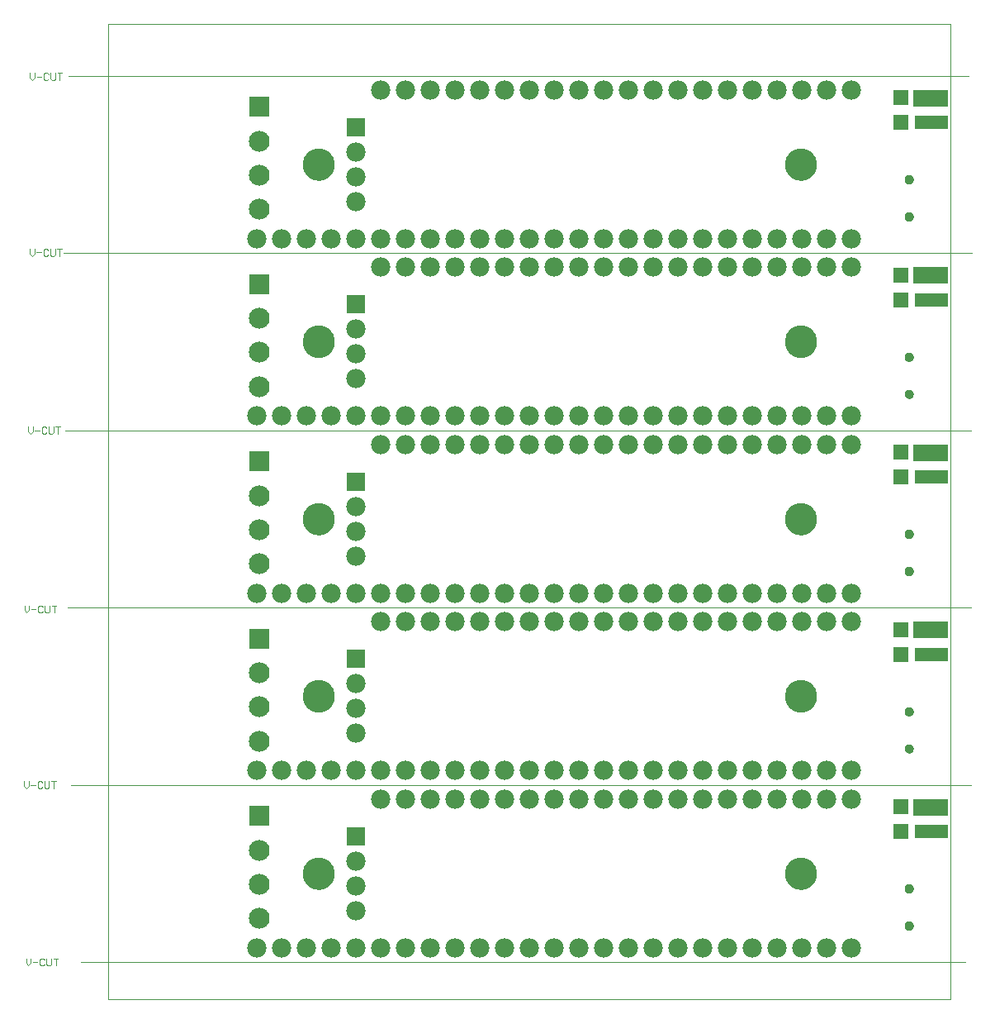
<source format=gbs>
G75*
%MOIN*%
%OFA0B0*%
%FSLAX25Y25*%
%IPPOS*%
%LPD*%
%AMOC8*
5,1,8,0,0,1.08239X$1,22.5*
%
%ADD10C,0.00000*%
%ADD11C,0.12900*%
%ADD12R,0.14000X0.06600*%
%ADD13R,0.13200X0.05200*%
%ADD14C,0.00200*%
%ADD15C,0.07800*%
%ADD16R,0.08400X0.08400*%
%ADD17C,0.08400*%
%ADD18R,0.07800X0.07800*%
%ADD19C,0.03746*%
%ADD20R,0.06400X0.06400*%
D10*
X0025950Y0016000D02*
X0036950Y0016000D01*
X0036950Y0001000D01*
X0376950Y0001000D01*
X0376950Y0016000D01*
X0382950Y0016000D01*
X0376950Y0016000D02*
X0036950Y0016000D01*
X0036950Y0087500D01*
X0022148Y0087500D01*
X0036950Y0087500D02*
X0036950Y0159000D01*
X0020648Y0159000D01*
X0036950Y0159000D02*
X0036950Y0230500D01*
X0019648Y0230500D01*
X0036950Y0230500D02*
X0036950Y0302000D01*
X0019148Y0302000D01*
X0036950Y0302000D02*
X0036950Y0373500D01*
X0020948Y0373500D01*
X0036950Y0373500D02*
X0036950Y0394500D01*
X0376950Y0394500D01*
X0376950Y0373500D01*
X0384409Y0373500D01*
X0376950Y0373500D02*
X0376950Y0302000D01*
X0385609Y0302000D01*
X0376950Y0302000D02*
X0036950Y0302000D01*
X0036950Y0373500D02*
X0376950Y0373500D01*
X0358614Y0331743D02*
X0358616Y0331824D01*
X0358622Y0331906D01*
X0358632Y0331987D01*
X0358646Y0332067D01*
X0358663Y0332146D01*
X0358685Y0332225D01*
X0358710Y0332302D01*
X0358739Y0332379D01*
X0358772Y0332453D01*
X0358809Y0332526D01*
X0358848Y0332597D01*
X0358892Y0332666D01*
X0358938Y0332733D01*
X0358988Y0332797D01*
X0359041Y0332859D01*
X0359097Y0332919D01*
X0359155Y0332975D01*
X0359217Y0333029D01*
X0359281Y0333080D01*
X0359347Y0333127D01*
X0359415Y0333171D01*
X0359486Y0333212D01*
X0359558Y0333249D01*
X0359633Y0333283D01*
X0359708Y0333313D01*
X0359786Y0333339D01*
X0359864Y0333362D01*
X0359943Y0333380D01*
X0360023Y0333395D01*
X0360104Y0333406D01*
X0360185Y0333413D01*
X0360267Y0333416D01*
X0360348Y0333415D01*
X0360429Y0333410D01*
X0360510Y0333401D01*
X0360591Y0333388D01*
X0360671Y0333371D01*
X0360749Y0333351D01*
X0360827Y0333326D01*
X0360904Y0333298D01*
X0360979Y0333266D01*
X0361052Y0333231D01*
X0361123Y0333192D01*
X0361193Y0333149D01*
X0361260Y0333104D01*
X0361326Y0333055D01*
X0361388Y0333003D01*
X0361448Y0332947D01*
X0361505Y0332889D01*
X0361560Y0332829D01*
X0361611Y0332765D01*
X0361659Y0332700D01*
X0361704Y0332632D01*
X0361746Y0332562D01*
X0361784Y0332490D01*
X0361819Y0332416D01*
X0361850Y0332341D01*
X0361877Y0332264D01*
X0361900Y0332186D01*
X0361920Y0332107D01*
X0361936Y0332027D01*
X0361948Y0331946D01*
X0361956Y0331865D01*
X0361960Y0331784D01*
X0361960Y0331702D01*
X0361956Y0331621D01*
X0361948Y0331540D01*
X0361936Y0331459D01*
X0361920Y0331379D01*
X0361900Y0331300D01*
X0361877Y0331222D01*
X0361850Y0331145D01*
X0361819Y0331070D01*
X0361784Y0330996D01*
X0361746Y0330924D01*
X0361704Y0330854D01*
X0361659Y0330786D01*
X0361611Y0330721D01*
X0361560Y0330657D01*
X0361505Y0330597D01*
X0361448Y0330539D01*
X0361388Y0330483D01*
X0361326Y0330431D01*
X0361260Y0330382D01*
X0361193Y0330337D01*
X0361124Y0330294D01*
X0361052Y0330255D01*
X0360979Y0330220D01*
X0360904Y0330188D01*
X0360827Y0330160D01*
X0360749Y0330135D01*
X0360671Y0330115D01*
X0360591Y0330098D01*
X0360510Y0330085D01*
X0360429Y0330076D01*
X0360348Y0330071D01*
X0360267Y0330070D01*
X0360185Y0330073D01*
X0360104Y0330080D01*
X0360023Y0330091D01*
X0359943Y0330106D01*
X0359864Y0330124D01*
X0359786Y0330147D01*
X0359708Y0330173D01*
X0359633Y0330203D01*
X0359558Y0330237D01*
X0359486Y0330274D01*
X0359415Y0330315D01*
X0359347Y0330359D01*
X0359281Y0330406D01*
X0359217Y0330457D01*
X0359155Y0330511D01*
X0359097Y0330567D01*
X0359041Y0330627D01*
X0358988Y0330689D01*
X0358938Y0330753D01*
X0358892Y0330820D01*
X0358848Y0330889D01*
X0358809Y0330960D01*
X0358772Y0331033D01*
X0358739Y0331107D01*
X0358710Y0331184D01*
X0358685Y0331261D01*
X0358663Y0331340D01*
X0358646Y0331419D01*
X0358632Y0331499D01*
X0358622Y0331580D01*
X0358616Y0331662D01*
X0358614Y0331743D01*
X0358614Y0316782D02*
X0358616Y0316863D01*
X0358622Y0316945D01*
X0358632Y0317026D01*
X0358646Y0317106D01*
X0358663Y0317185D01*
X0358685Y0317264D01*
X0358710Y0317341D01*
X0358739Y0317418D01*
X0358772Y0317492D01*
X0358809Y0317565D01*
X0358848Y0317636D01*
X0358892Y0317705D01*
X0358938Y0317772D01*
X0358988Y0317836D01*
X0359041Y0317898D01*
X0359097Y0317958D01*
X0359155Y0318014D01*
X0359217Y0318068D01*
X0359281Y0318119D01*
X0359347Y0318166D01*
X0359415Y0318210D01*
X0359486Y0318251D01*
X0359558Y0318288D01*
X0359633Y0318322D01*
X0359708Y0318352D01*
X0359786Y0318378D01*
X0359864Y0318401D01*
X0359943Y0318419D01*
X0360023Y0318434D01*
X0360104Y0318445D01*
X0360185Y0318452D01*
X0360267Y0318455D01*
X0360348Y0318454D01*
X0360429Y0318449D01*
X0360510Y0318440D01*
X0360591Y0318427D01*
X0360671Y0318410D01*
X0360749Y0318390D01*
X0360827Y0318365D01*
X0360904Y0318337D01*
X0360979Y0318305D01*
X0361052Y0318270D01*
X0361123Y0318231D01*
X0361193Y0318188D01*
X0361260Y0318143D01*
X0361326Y0318094D01*
X0361388Y0318042D01*
X0361448Y0317986D01*
X0361505Y0317928D01*
X0361560Y0317868D01*
X0361611Y0317804D01*
X0361659Y0317739D01*
X0361704Y0317671D01*
X0361746Y0317601D01*
X0361784Y0317529D01*
X0361819Y0317455D01*
X0361850Y0317380D01*
X0361877Y0317303D01*
X0361900Y0317225D01*
X0361920Y0317146D01*
X0361936Y0317066D01*
X0361948Y0316985D01*
X0361956Y0316904D01*
X0361960Y0316823D01*
X0361960Y0316741D01*
X0361956Y0316660D01*
X0361948Y0316579D01*
X0361936Y0316498D01*
X0361920Y0316418D01*
X0361900Y0316339D01*
X0361877Y0316261D01*
X0361850Y0316184D01*
X0361819Y0316109D01*
X0361784Y0316035D01*
X0361746Y0315963D01*
X0361704Y0315893D01*
X0361659Y0315825D01*
X0361611Y0315760D01*
X0361560Y0315696D01*
X0361505Y0315636D01*
X0361448Y0315578D01*
X0361388Y0315522D01*
X0361326Y0315470D01*
X0361260Y0315421D01*
X0361193Y0315376D01*
X0361124Y0315333D01*
X0361052Y0315294D01*
X0360979Y0315259D01*
X0360904Y0315227D01*
X0360827Y0315199D01*
X0360749Y0315174D01*
X0360671Y0315154D01*
X0360591Y0315137D01*
X0360510Y0315124D01*
X0360429Y0315115D01*
X0360348Y0315110D01*
X0360267Y0315109D01*
X0360185Y0315112D01*
X0360104Y0315119D01*
X0360023Y0315130D01*
X0359943Y0315145D01*
X0359864Y0315163D01*
X0359786Y0315186D01*
X0359708Y0315212D01*
X0359633Y0315242D01*
X0359558Y0315276D01*
X0359486Y0315313D01*
X0359415Y0315354D01*
X0359347Y0315398D01*
X0359281Y0315445D01*
X0359217Y0315496D01*
X0359155Y0315550D01*
X0359097Y0315606D01*
X0359041Y0315666D01*
X0358988Y0315728D01*
X0358938Y0315792D01*
X0358892Y0315859D01*
X0358848Y0315928D01*
X0358809Y0315999D01*
X0358772Y0316072D01*
X0358739Y0316146D01*
X0358710Y0316223D01*
X0358685Y0316300D01*
X0358663Y0316379D01*
X0358646Y0316458D01*
X0358632Y0316538D01*
X0358622Y0316619D01*
X0358616Y0316701D01*
X0358614Y0316782D01*
X0376950Y0302000D02*
X0376950Y0230500D01*
X0385509Y0230500D01*
X0376950Y0230500D02*
X0036950Y0230500D01*
X0036950Y0159000D02*
X0376950Y0159000D01*
X0385509Y0159000D01*
X0376950Y0159000D02*
X0376950Y0230500D01*
X0358614Y0245282D02*
X0358616Y0245363D01*
X0358622Y0245445D01*
X0358632Y0245526D01*
X0358646Y0245606D01*
X0358663Y0245685D01*
X0358685Y0245764D01*
X0358710Y0245841D01*
X0358739Y0245918D01*
X0358772Y0245992D01*
X0358809Y0246065D01*
X0358848Y0246136D01*
X0358892Y0246205D01*
X0358938Y0246272D01*
X0358988Y0246336D01*
X0359041Y0246398D01*
X0359097Y0246458D01*
X0359155Y0246514D01*
X0359217Y0246568D01*
X0359281Y0246619D01*
X0359347Y0246666D01*
X0359415Y0246710D01*
X0359486Y0246751D01*
X0359558Y0246788D01*
X0359633Y0246822D01*
X0359708Y0246852D01*
X0359786Y0246878D01*
X0359864Y0246901D01*
X0359943Y0246919D01*
X0360023Y0246934D01*
X0360104Y0246945D01*
X0360185Y0246952D01*
X0360267Y0246955D01*
X0360348Y0246954D01*
X0360429Y0246949D01*
X0360510Y0246940D01*
X0360591Y0246927D01*
X0360671Y0246910D01*
X0360749Y0246890D01*
X0360827Y0246865D01*
X0360904Y0246837D01*
X0360979Y0246805D01*
X0361052Y0246770D01*
X0361123Y0246731D01*
X0361193Y0246688D01*
X0361260Y0246643D01*
X0361326Y0246594D01*
X0361388Y0246542D01*
X0361448Y0246486D01*
X0361505Y0246428D01*
X0361560Y0246368D01*
X0361611Y0246304D01*
X0361659Y0246239D01*
X0361704Y0246171D01*
X0361746Y0246101D01*
X0361784Y0246029D01*
X0361819Y0245955D01*
X0361850Y0245880D01*
X0361877Y0245803D01*
X0361900Y0245725D01*
X0361920Y0245646D01*
X0361936Y0245566D01*
X0361948Y0245485D01*
X0361956Y0245404D01*
X0361960Y0245323D01*
X0361960Y0245241D01*
X0361956Y0245160D01*
X0361948Y0245079D01*
X0361936Y0244998D01*
X0361920Y0244918D01*
X0361900Y0244839D01*
X0361877Y0244761D01*
X0361850Y0244684D01*
X0361819Y0244609D01*
X0361784Y0244535D01*
X0361746Y0244463D01*
X0361704Y0244393D01*
X0361659Y0244325D01*
X0361611Y0244260D01*
X0361560Y0244196D01*
X0361505Y0244136D01*
X0361448Y0244078D01*
X0361388Y0244022D01*
X0361326Y0243970D01*
X0361260Y0243921D01*
X0361193Y0243876D01*
X0361124Y0243833D01*
X0361052Y0243794D01*
X0360979Y0243759D01*
X0360904Y0243727D01*
X0360827Y0243699D01*
X0360749Y0243674D01*
X0360671Y0243654D01*
X0360591Y0243637D01*
X0360510Y0243624D01*
X0360429Y0243615D01*
X0360348Y0243610D01*
X0360267Y0243609D01*
X0360185Y0243612D01*
X0360104Y0243619D01*
X0360023Y0243630D01*
X0359943Y0243645D01*
X0359864Y0243663D01*
X0359786Y0243686D01*
X0359708Y0243712D01*
X0359633Y0243742D01*
X0359558Y0243776D01*
X0359486Y0243813D01*
X0359415Y0243854D01*
X0359347Y0243898D01*
X0359281Y0243945D01*
X0359217Y0243996D01*
X0359155Y0244050D01*
X0359097Y0244106D01*
X0359041Y0244166D01*
X0358988Y0244228D01*
X0358938Y0244292D01*
X0358892Y0244359D01*
X0358848Y0244428D01*
X0358809Y0244499D01*
X0358772Y0244572D01*
X0358739Y0244646D01*
X0358710Y0244723D01*
X0358685Y0244800D01*
X0358663Y0244879D01*
X0358646Y0244958D01*
X0358632Y0245038D01*
X0358622Y0245119D01*
X0358616Y0245201D01*
X0358614Y0245282D01*
X0358614Y0260243D02*
X0358616Y0260324D01*
X0358622Y0260406D01*
X0358632Y0260487D01*
X0358646Y0260567D01*
X0358663Y0260646D01*
X0358685Y0260725D01*
X0358710Y0260802D01*
X0358739Y0260879D01*
X0358772Y0260953D01*
X0358809Y0261026D01*
X0358848Y0261097D01*
X0358892Y0261166D01*
X0358938Y0261233D01*
X0358988Y0261297D01*
X0359041Y0261359D01*
X0359097Y0261419D01*
X0359155Y0261475D01*
X0359217Y0261529D01*
X0359281Y0261580D01*
X0359347Y0261627D01*
X0359415Y0261671D01*
X0359486Y0261712D01*
X0359558Y0261749D01*
X0359633Y0261783D01*
X0359708Y0261813D01*
X0359786Y0261839D01*
X0359864Y0261862D01*
X0359943Y0261880D01*
X0360023Y0261895D01*
X0360104Y0261906D01*
X0360185Y0261913D01*
X0360267Y0261916D01*
X0360348Y0261915D01*
X0360429Y0261910D01*
X0360510Y0261901D01*
X0360591Y0261888D01*
X0360671Y0261871D01*
X0360749Y0261851D01*
X0360827Y0261826D01*
X0360904Y0261798D01*
X0360979Y0261766D01*
X0361052Y0261731D01*
X0361123Y0261692D01*
X0361193Y0261649D01*
X0361260Y0261604D01*
X0361326Y0261555D01*
X0361388Y0261503D01*
X0361448Y0261447D01*
X0361505Y0261389D01*
X0361560Y0261329D01*
X0361611Y0261265D01*
X0361659Y0261200D01*
X0361704Y0261132D01*
X0361746Y0261062D01*
X0361784Y0260990D01*
X0361819Y0260916D01*
X0361850Y0260841D01*
X0361877Y0260764D01*
X0361900Y0260686D01*
X0361920Y0260607D01*
X0361936Y0260527D01*
X0361948Y0260446D01*
X0361956Y0260365D01*
X0361960Y0260284D01*
X0361960Y0260202D01*
X0361956Y0260121D01*
X0361948Y0260040D01*
X0361936Y0259959D01*
X0361920Y0259879D01*
X0361900Y0259800D01*
X0361877Y0259722D01*
X0361850Y0259645D01*
X0361819Y0259570D01*
X0361784Y0259496D01*
X0361746Y0259424D01*
X0361704Y0259354D01*
X0361659Y0259286D01*
X0361611Y0259221D01*
X0361560Y0259157D01*
X0361505Y0259097D01*
X0361448Y0259039D01*
X0361388Y0258983D01*
X0361326Y0258931D01*
X0361260Y0258882D01*
X0361193Y0258837D01*
X0361124Y0258794D01*
X0361052Y0258755D01*
X0360979Y0258720D01*
X0360904Y0258688D01*
X0360827Y0258660D01*
X0360749Y0258635D01*
X0360671Y0258615D01*
X0360591Y0258598D01*
X0360510Y0258585D01*
X0360429Y0258576D01*
X0360348Y0258571D01*
X0360267Y0258570D01*
X0360185Y0258573D01*
X0360104Y0258580D01*
X0360023Y0258591D01*
X0359943Y0258606D01*
X0359864Y0258624D01*
X0359786Y0258647D01*
X0359708Y0258673D01*
X0359633Y0258703D01*
X0359558Y0258737D01*
X0359486Y0258774D01*
X0359415Y0258815D01*
X0359347Y0258859D01*
X0359281Y0258906D01*
X0359217Y0258957D01*
X0359155Y0259011D01*
X0359097Y0259067D01*
X0359041Y0259127D01*
X0358988Y0259189D01*
X0358938Y0259253D01*
X0358892Y0259320D01*
X0358848Y0259389D01*
X0358809Y0259460D01*
X0358772Y0259533D01*
X0358739Y0259607D01*
X0358710Y0259684D01*
X0358685Y0259761D01*
X0358663Y0259840D01*
X0358646Y0259919D01*
X0358632Y0259999D01*
X0358622Y0260080D01*
X0358616Y0260162D01*
X0358614Y0260243D01*
X0310399Y0266362D02*
X0310401Y0266520D01*
X0310407Y0266677D01*
X0310417Y0266835D01*
X0310431Y0266992D01*
X0310449Y0267148D01*
X0310470Y0267305D01*
X0310496Y0267460D01*
X0310526Y0267615D01*
X0310559Y0267769D01*
X0310597Y0267922D01*
X0310638Y0268075D01*
X0310683Y0268226D01*
X0310732Y0268376D01*
X0310785Y0268524D01*
X0310841Y0268672D01*
X0310902Y0268817D01*
X0310965Y0268962D01*
X0311033Y0269104D01*
X0311104Y0269245D01*
X0311178Y0269384D01*
X0311256Y0269521D01*
X0311338Y0269656D01*
X0311422Y0269789D01*
X0311511Y0269920D01*
X0311602Y0270048D01*
X0311697Y0270175D01*
X0311794Y0270298D01*
X0311895Y0270420D01*
X0311999Y0270538D01*
X0312106Y0270654D01*
X0312216Y0270767D01*
X0312328Y0270878D01*
X0312444Y0270985D01*
X0312562Y0271090D01*
X0312682Y0271192D01*
X0312805Y0271290D01*
X0312931Y0271386D01*
X0313059Y0271478D01*
X0313189Y0271567D01*
X0313321Y0271653D01*
X0313456Y0271735D01*
X0313593Y0271814D01*
X0313731Y0271889D01*
X0313871Y0271961D01*
X0314014Y0272029D01*
X0314157Y0272094D01*
X0314303Y0272155D01*
X0314450Y0272212D01*
X0314598Y0272266D01*
X0314748Y0272316D01*
X0314898Y0272362D01*
X0315050Y0272404D01*
X0315203Y0272443D01*
X0315357Y0272477D01*
X0315512Y0272508D01*
X0315667Y0272534D01*
X0315823Y0272557D01*
X0315980Y0272576D01*
X0316137Y0272591D01*
X0316294Y0272602D01*
X0316452Y0272609D01*
X0316610Y0272612D01*
X0316767Y0272611D01*
X0316925Y0272606D01*
X0317082Y0272597D01*
X0317240Y0272584D01*
X0317396Y0272567D01*
X0317553Y0272546D01*
X0317708Y0272522D01*
X0317863Y0272493D01*
X0318018Y0272460D01*
X0318171Y0272424D01*
X0318324Y0272383D01*
X0318475Y0272339D01*
X0318625Y0272291D01*
X0318774Y0272240D01*
X0318922Y0272184D01*
X0319068Y0272125D01*
X0319213Y0272062D01*
X0319356Y0271995D01*
X0319497Y0271925D01*
X0319636Y0271852D01*
X0319774Y0271775D01*
X0319910Y0271694D01*
X0320043Y0271610D01*
X0320174Y0271523D01*
X0320303Y0271432D01*
X0320430Y0271338D01*
X0320555Y0271241D01*
X0320676Y0271141D01*
X0320796Y0271038D01*
X0320912Y0270932D01*
X0321026Y0270823D01*
X0321138Y0270711D01*
X0321246Y0270597D01*
X0321351Y0270479D01*
X0321454Y0270359D01*
X0321553Y0270237D01*
X0321649Y0270112D01*
X0321742Y0269984D01*
X0321832Y0269855D01*
X0321918Y0269723D01*
X0322002Y0269589D01*
X0322081Y0269453D01*
X0322158Y0269315D01*
X0322230Y0269175D01*
X0322299Y0269033D01*
X0322365Y0268890D01*
X0322427Y0268745D01*
X0322485Y0268598D01*
X0322540Y0268450D01*
X0322591Y0268301D01*
X0322638Y0268150D01*
X0322681Y0267999D01*
X0322720Y0267846D01*
X0322756Y0267692D01*
X0322787Y0267538D01*
X0322815Y0267383D01*
X0322839Y0267227D01*
X0322859Y0267070D01*
X0322875Y0266913D01*
X0322887Y0266756D01*
X0322895Y0266599D01*
X0322899Y0266441D01*
X0322899Y0266283D01*
X0322895Y0266125D01*
X0322887Y0265968D01*
X0322875Y0265811D01*
X0322859Y0265654D01*
X0322839Y0265497D01*
X0322815Y0265341D01*
X0322787Y0265186D01*
X0322756Y0265032D01*
X0322720Y0264878D01*
X0322681Y0264725D01*
X0322638Y0264574D01*
X0322591Y0264423D01*
X0322540Y0264274D01*
X0322485Y0264126D01*
X0322427Y0263979D01*
X0322365Y0263834D01*
X0322299Y0263691D01*
X0322230Y0263549D01*
X0322158Y0263409D01*
X0322081Y0263271D01*
X0322002Y0263135D01*
X0321918Y0263001D01*
X0321832Y0262869D01*
X0321742Y0262740D01*
X0321649Y0262612D01*
X0321553Y0262487D01*
X0321454Y0262365D01*
X0321351Y0262245D01*
X0321246Y0262127D01*
X0321138Y0262013D01*
X0321026Y0261901D01*
X0320912Y0261792D01*
X0320796Y0261686D01*
X0320676Y0261583D01*
X0320555Y0261483D01*
X0320430Y0261386D01*
X0320303Y0261292D01*
X0320174Y0261201D01*
X0320043Y0261114D01*
X0319910Y0261030D01*
X0319774Y0260949D01*
X0319636Y0260872D01*
X0319497Y0260799D01*
X0319356Y0260729D01*
X0319213Y0260662D01*
X0319068Y0260599D01*
X0318922Y0260540D01*
X0318774Y0260484D01*
X0318625Y0260433D01*
X0318475Y0260385D01*
X0318324Y0260341D01*
X0318171Y0260300D01*
X0318018Y0260264D01*
X0317863Y0260231D01*
X0317708Y0260202D01*
X0317553Y0260178D01*
X0317396Y0260157D01*
X0317240Y0260140D01*
X0317082Y0260127D01*
X0316925Y0260118D01*
X0316767Y0260113D01*
X0316610Y0260112D01*
X0316452Y0260115D01*
X0316294Y0260122D01*
X0316137Y0260133D01*
X0315980Y0260148D01*
X0315823Y0260167D01*
X0315667Y0260190D01*
X0315512Y0260216D01*
X0315357Y0260247D01*
X0315203Y0260281D01*
X0315050Y0260320D01*
X0314898Y0260362D01*
X0314748Y0260408D01*
X0314598Y0260458D01*
X0314450Y0260512D01*
X0314303Y0260569D01*
X0314157Y0260630D01*
X0314014Y0260695D01*
X0313871Y0260763D01*
X0313731Y0260835D01*
X0313593Y0260910D01*
X0313456Y0260989D01*
X0313321Y0261071D01*
X0313189Y0261157D01*
X0313059Y0261246D01*
X0312931Y0261338D01*
X0312805Y0261434D01*
X0312682Y0261532D01*
X0312562Y0261634D01*
X0312444Y0261739D01*
X0312328Y0261846D01*
X0312216Y0261957D01*
X0312106Y0262070D01*
X0311999Y0262186D01*
X0311895Y0262304D01*
X0311794Y0262426D01*
X0311697Y0262549D01*
X0311602Y0262676D01*
X0311511Y0262804D01*
X0311422Y0262935D01*
X0311338Y0263068D01*
X0311256Y0263203D01*
X0311178Y0263340D01*
X0311104Y0263479D01*
X0311033Y0263620D01*
X0310965Y0263762D01*
X0310902Y0263907D01*
X0310841Y0264052D01*
X0310785Y0264200D01*
X0310732Y0264348D01*
X0310683Y0264498D01*
X0310638Y0264649D01*
X0310597Y0264802D01*
X0310559Y0264955D01*
X0310526Y0265109D01*
X0310496Y0265264D01*
X0310470Y0265419D01*
X0310449Y0265576D01*
X0310431Y0265732D01*
X0310417Y0265889D01*
X0310407Y0266047D01*
X0310401Y0266204D01*
X0310399Y0266362D01*
X0310399Y0194862D02*
X0310401Y0195020D01*
X0310407Y0195177D01*
X0310417Y0195335D01*
X0310431Y0195492D01*
X0310449Y0195648D01*
X0310470Y0195805D01*
X0310496Y0195960D01*
X0310526Y0196115D01*
X0310559Y0196269D01*
X0310597Y0196422D01*
X0310638Y0196575D01*
X0310683Y0196726D01*
X0310732Y0196876D01*
X0310785Y0197024D01*
X0310841Y0197172D01*
X0310902Y0197317D01*
X0310965Y0197462D01*
X0311033Y0197604D01*
X0311104Y0197745D01*
X0311178Y0197884D01*
X0311256Y0198021D01*
X0311338Y0198156D01*
X0311422Y0198289D01*
X0311511Y0198420D01*
X0311602Y0198548D01*
X0311697Y0198675D01*
X0311794Y0198798D01*
X0311895Y0198920D01*
X0311999Y0199038D01*
X0312106Y0199154D01*
X0312216Y0199267D01*
X0312328Y0199378D01*
X0312444Y0199485D01*
X0312562Y0199590D01*
X0312682Y0199692D01*
X0312805Y0199790D01*
X0312931Y0199886D01*
X0313059Y0199978D01*
X0313189Y0200067D01*
X0313321Y0200153D01*
X0313456Y0200235D01*
X0313593Y0200314D01*
X0313731Y0200389D01*
X0313871Y0200461D01*
X0314014Y0200529D01*
X0314157Y0200594D01*
X0314303Y0200655D01*
X0314450Y0200712D01*
X0314598Y0200766D01*
X0314748Y0200816D01*
X0314898Y0200862D01*
X0315050Y0200904D01*
X0315203Y0200943D01*
X0315357Y0200977D01*
X0315512Y0201008D01*
X0315667Y0201034D01*
X0315823Y0201057D01*
X0315980Y0201076D01*
X0316137Y0201091D01*
X0316294Y0201102D01*
X0316452Y0201109D01*
X0316610Y0201112D01*
X0316767Y0201111D01*
X0316925Y0201106D01*
X0317082Y0201097D01*
X0317240Y0201084D01*
X0317396Y0201067D01*
X0317553Y0201046D01*
X0317708Y0201022D01*
X0317863Y0200993D01*
X0318018Y0200960D01*
X0318171Y0200924D01*
X0318324Y0200883D01*
X0318475Y0200839D01*
X0318625Y0200791D01*
X0318774Y0200740D01*
X0318922Y0200684D01*
X0319068Y0200625D01*
X0319213Y0200562D01*
X0319356Y0200495D01*
X0319497Y0200425D01*
X0319636Y0200352D01*
X0319774Y0200275D01*
X0319910Y0200194D01*
X0320043Y0200110D01*
X0320174Y0200023D01*
X0320303Y0199932D01*
X0320430Y0199838D01*
X0320555Y0199741D01*
X0320676Y0199641D01*
X0320796Y0199538D01*
X0320912Y0199432D01*
X0321026Y0199323D01*
X0321138Y0199211D01*
X0321246Y0199097D01*
X0321351Y0198979D01*
X0321454Y0198859D01*
X0321553Y0198737D01*
X0321649Y0198612D01*
X0321742Y0198484D01*
X0321832Y0198355D01*
X0321918Y0198223D01*
X0322002Y0198089D01*
X0322081Y0197953D01*
X0322158Y0197815D01*
X0322230Y0197675D01*
X0322299Y0197533D01*
X0322365Y0197390D01*
X0322427Y0197245D01*
X0322485Y0197098D01*
X0322540Y0196950D01*
X0322591Y0196801D01*
X0322638Y0196650D01*
X0322681Y0196499D01*
X0322720Y0196346D01*
X0322756Y0196192D01*
X0322787Y0196038D01*
X0322815Y0195883D01*
X0322839Y0195727D01*
X0322859Y0195570D01*
X0322875Y0195413D01*
X0322887Y0195256D01*
X0322895Y0195099D01*
X0322899Y0194941D01*
X0322899Y0194783D01*
X0322895Y0194625D01*
X0322887Y0194468D01*
X0322875Y0194311D01*
X0322859Y0194154D01*
X0322839Y0193997D01*
X0322815Y0193841D01*
X0322787Y0193686D01*
X0322756Y0193532D01*
X0322720Y0193378D01*
X0322681Y0193225D01*
X0322638Y0193074D01*
X0322591Y0192923D01*
X0322540Y0192774D01*
X0322485Y0192626D01*
X0322427Y0192479D01*
X0322365Y0192334D01*
X0322299Y0192191D01*
X0322230Y0192049D01*
X0322158Y0191909D01*
X0322081Y0191771D01*
X0322002Y0191635D01*
X0321918Y0191501D01*
X0321832Y0191369D01*
X0321742Y0191240D01*
X0321649Y0191112D01*
X0321553Y0190987D01*
X0321454Y0190865D01*
X0321351Y0190745D01*
X0321246Y0190627D01*
X0321138Y0190513D01*
X0321026Y0190401D01*
X0320912Y0190292D01*
X0320796Y0190186D01*
X0320676Y0190083D01*
X0320555Y0189983D01*
X0320430Y0189886D01*
X0320303Y0189792D01*
X0320174Y0189701D01*
X0320043Y0189614D01*
X0319910Y0189530D01*
X0319774Y0189449D01*
X0319636Y0189372D01*
X0319497Y0189299D01*
X0319356Y0189229D01*
X0319213Y0189162D01*
X0319068Y0189099D01*
X0318922Y0189040D01*
X0318774Y0188984D01*
X0318625Y0188933D01*
X0318475Y0188885D01*
X0318324Y0188841D01*
X0318171Y0188800D01*
X0318018Y0188764D01*
X0317863Y0188731D01*
X0317708Y0188702D01*
X0317553Y0188678D01*
X0317396Y0188657D01*
X0317240Y0188640D01*
X0317082Y0188627D01*
X0316925Y0188618D01*
X0316767Y0188613D01*
X0316610Y0188612D01*
X0316452Y0188615D01*
X0316294Y0188622D01*
X0316137Y0188633D01*
X0315980Y0188648D01*
X0315823Y0188667D01*
X0315667Y0188690D01*
X0315512Y0188716D01*
X0315357Y0188747D01*
X0315203Y0188781D01*
X0315050Y0188820D01*
X0314898Y0188862D01*
X0314748Y0188908D01*
X0314598Y0188958D01*
X0314450Y0189012D01*
X0314303Y0189069D01*
X0314157Y0189130D01*
X0314014Y0189195D01*
X0313871Y0189263D01*
X0313731Y0189335D01*
X0313593Y0189410D01*
X0313456Y0189489D01*
X0313321Y0189571D01*
X0313189Y0189657D01*
X0313059Y0189746D01*
X0312931Y0189838D01*
X0312805Y0189934D01*
X0312682Y0190032D01*
X0312562Y0190134D01*
X0312444Y0190239D01*
X0312328Y0190346D01*
X0312216Y0190457D01*
X0312106Y0190570D01*
X0311999Y0190686D01*
X0311895Y0190804D01*
X0311794Y0190926D01*
X0311697Y0191049D01*
X0311602Y0191176D01*
X0311511Y0191304D01*
X0311422Y0191435D01*
X0311338Y0191568D01*
X0311256Y0191703D01*
X0311178Y0191840D01*
X0311104Y0191979D01*
X0311033Y0192120D01*
X0310965Y0192262D01*
X0310902Y0192407D01*
X0310841Y0192552D01*
X0310785Y0192700D01*
X0310732Y0192848D01*
X0310683Y0192998D01*
X0310638Y0193149D01*
X0310597Y0193302D01*
X0310559Y0193455D01*
X0310526Y0193609D01*
X0310496Y0193764D01*
X0310470Y0193919D01*
X0310449Y0194076D01*
X0310431Y0194232D01*
X0310417Y0194389D01*
X0310407Y0194547D01*
X0310401Y0194704D01*
X0310399Y0194862D01*
X0358614Y0188743D02*
X0358616Y0188824D01*
X0358622Y0188906D01*
X0358632Y0188987D01*
X0358646Y0189067D01*
X0358663Y0189146D01*
X0358685Y0189225D01*
X0358710Y0189302D01*
X0358739Y0189379D01*
X0358772Y0189453D01*
X0358809Y0189526D01*
X0358848Y0189597D01*
X0358892Y0189666D01*
X0358938Y0189733D01*
X0358988Y0189797D01*
X0359041Y0189859D01*
X0359097Y0189919D01*
X0359155Y0189975D01*
X0359217Y0190029D01*
X0359281Y0190080D01*
X0359347Y0190127D01*
X0359415Y0190171D01*
X0359486Y0190212D01*
X0359558Y0190249D01*
X0359633Y0190283D01*
X0359708Y0190313D01*
X0359786Y0190339D01*
X0359864Y0190362D01*
X0359943Y0190380D01*
X0360023Y0190395D01*
X0360104Y0190406D01*
X0360185Y0190413D01*
X0360267Y0190416D01*
X0360348Y0190415D01*
X0360429Y0190410D01*
X0360510Y0190401D01*
X0360591Y0190388D01*
X0360671Y0190371D01*
X0360749Y0190351D01*
X0360827Y0190326D01*
X0360904Y0190298D01*
X0360979Y0190266D01*
X0361052Y0190231D01*
X0361123Y0190192D01*
X0361193Y0190149D01*
X0361260Y0190104D01*
X0361326Y0190055D01*
X0361388Y0190003D01*
X0361448Y0189947D01*
X0361505Y0189889D01*
X0361560Y0189829D01*
X0361611Y0189765D01*
X0361659Y0189700D01*
X0361704Y0189632D01*
X0361746Y0189562D01*
X0361784Y0189490D01*
X0361819Y0189416D01*
X0361850Y0189341D01*
X0361877Y0189264D01*
X0361900Y0189186D01*
X0361920Y0189107D01*
X0361936Y0189027D01*
X0361948Y0188946D01*
X0361956Y0188865D01*
X0361960Y0188784D01*
X0361960Y0188702D01*
X0361956Y0188621D01*
X0361948Y0188540D01*
X0361936Y0188459D01*
X0361920Y0188379D01*
X0361900Y0188300D01*
X0361877Y0188222D01*
X0361850Y0188145D01*
X0361819Y0188070D01*
X0361784Y0187996D01*
X0361746Y0187924D01*
X0361704Y0187854D01*
X0361659Y0187786D01*
X0361611Y0187721D01*
X0361560Y0187657D01*
X0361505Y0187597D01*
X0361448Y0187539D01*
X0361388Y0187483D01*
X0361326Y0187431D01*
X0361260Y0187382D01*
X0361193Y0187337D01*
X0361124Y0187294D01*
X0361052Y0187255D01*
X0360979Y0187220D01*
X0360904Y0187188D01*
X0360827Y0187160D01*
X0360749Y0187135D01*
X0360671Y0187115D01*
X0360591Y0187098D01*
X0360510Y0187085D01*
X0360429Y0187076D01*
X0360348Y0187071D01*
X0360267Y0187070D01*
X0360185Y0187073D01*
X0360104Y0187080D01*
X0360023Y0187091D01*
X0359943Y0187106D01*
X0359864Y0187124D01*
X0359786Y0187147D01*
X0359708Y0187173D01*
X0359633Y0187203D01*
X0359558Y0187237D01*
X0359486Y0187274D01*
X0359415Y0187315D01*
X0359347Y0187359D01*
X0359281Y0187406D01*
X0359217Y0187457D01*
X0359155Y0187511D01*
X0359097Y0187567D01*
X0359041Y0187627D01*
X0358988Y0187689D01*
X0358938Y0187753D01*
X0358892Y0187820D01*
X0358848Y0187889D01*
X0358809Y0187960D01*
X0358772Y0188033D01*
X0358739Y0188107D01*
X0358710Y0188184D01*
X0358685Y0188261D01*
X0358663Y0188340D01*
X0358646Y0188419D01*
X0358632Y0188499D01*
X0358622Y0188580D01*
X0358616Y0188662D01*
X0358614Y0188743D01*
X0358614Y0173782D02*
X0358616Y0173863D01*
X0358622Y0173945D01*
X0358632Y0174026D01*
X0358646Y0174106D01*
X0358663Y0174185D01*
X0358685Y0174264D01*
X0358710Y0174341D01*
X0358739Y0174418D01*
X0358772Y0174492D01*
X0358809Y0174565D01*
X0358848Y0174636D01*
X0358892Y0174705D01*
X0358938Y0174772D01*
X0358988Y0174836D01*
X0359041Y0174898D01*
X0359097Y0174958D01*
X0359155Y0175014D01*
X0359217Y0175068D01*
X0359281Y0175119D01*
X0359347Y0175166D01*
X0359415Y0175210D01*
X0359486Y0175251D01*
X0359558Y0175288D01*
X0359633Y0175322D01*
X0359708Y0175352D01*
X0359786Y0175378D01*
X0359864Y0175401D01*
X0359943Y0175419D01*
X0360023Y0175434D01*
X0360104Y0175445D01*
X0360185Y0175452D01*
X0360267Y0175455D01*
X0360348Y0175454D01*
X0360429Y0175449D01*
X0360510Y0175440D01*
X0360591Y0175427D01*
X0360671Y0175410D01*
X0360749Y0175390D01*
X0360827Y0175365D01*
X0360904Y0175337D01*
X0360979Y0175305D01*
X0361052Y0175270D01*
X0361123Y0175231D01*
X0361193Y0175188D01*
X0361260Y0175143D01*
X0361326Y0175094D01*
X0361388Y0175042D01*
X0361448Y0174986D01*
X0361505Y0174928D01*
X0361560Y0174868D01*
X0361611Y0174804D01*
X0361659Y0174739D01*
X0361704Y0174671D01*
X0361746Y0174601D01*
X0361784Y0174529D01*
X0361819Y0174455D01*
X0361850Y0174380D01*
X0361877Y0174303D01*
X0361900Y0174225D01*
X0361920Y0174146D01*
X0361936Y0174066D01*
X0361948Y0173985D01*
X0361956Y0173904D01*
X0361960Y0173823D01*
X0361960Y0173741D01*
X0361956Y0173660D01*
X0361948Y0173579D01*
X0361936Y0173498D01*
X0361920Y0173418D01*
X0361900Y0173339D01*
X0361877Y0173261D01*
X0361850Y0173184D01*
X0361819Y0173109D01*
X0361784Y0173035D01*
X0361746Y0172963D01*
X0361704Y0172893D01*
X0361659Y0172825D01*
X0361611Y0172760D01*
X0361560Y0172696D01*
X0361505Y0172636D01*
X0361448Y0172578D01*
X0361388Y0172522D01*
X0361326Y0172470D01*
X0361260Y0172421D01*
X0361193Y0172376D01*
X0361124Y0172333D01*
X0361052Y0172294D01*
X0360979Y0172259D01*
X0360904Y0172227D01*
X0360827Y0172199D01*
X0360749Y0172174D01*
X0360671Y0172154D01*
X0360591Y0172137D01*
X0360510Y0172124D01*
X0360429Y0172115D01*
X0360348Y0172110D01*
X0360267Y0172109D01*
X0360185Y0172112D01*
X0360104Y0172119D01*
X0360023Y0172130D01*
X0359943Y0172145D01*
X0359864Y0172163D01*
X0359786Y0172186D01*
X0359708Y0172212D01*
X0359633Y0172242D01*
X0359558Y0172276D01*
X0359486Y0172313D01*
X0359415Y0172354D01*
X0359347Y0172398D01*
X0359281Y0172445D01*
X0359217Y0172496D01*
X0359155Y0172550D01*
X0359097Y0172606D01*
X0359041Y0172666D01*
X0358988Y0172728D01*
X0358938Y0172792D01*
X0358892Y0172859D01*
X0358848Y0172928D01*
X0358809Y0172999D01*
X0358772Y0173072D01*
X0358739Y0173146D01*
X0358710Y0173223D01*
X0358685Y0173300D01*
X0358663Y0173379D01*
X0358646Y0173458D01*
X0358632Y0173538D01*
X0358622Y0173619D01*
X0358616Y0173701D01*
X0358614Y0173782D01*
X0376950Y0159000D02*
X0376950Y0087500D01*
X0385498Y0087500D01*
X0376950Y0087500D02*
X0036950Y0087500D01*
X0115699Y0051862D02*
X0115701Y0052020D01*
X0115707Y0052177D01*
X0115717Y0052335D01*
X0115731Y0052492D01*
X0115749Y0052648D01*
X0115770Y0052805D01*
X0115796Y0052960D01*
X0115826Y0053115D01*
X0115859Y0053269D01*
X0115897Y0053422D01*
X0115938Y0053575D01*
X0115983Y0053726D01*
X0116032Y0053876D01*
X0116085Y0054024D01*
X0116141Y0054172D01*
X0116202Y0054317D01*
X0116265Y0054462D01*
X0116333Y0054604D01*
X0116404Y0054745D01*
X0116478Y0054884D01*
X0116556Y0055021D01*
X0116638Y0055156D01*
X0116722Y0055289D01*
X0116811Y0055420D01*
X0116902Y0055548D01*
X0116997Y0055675D01*
X0117094Y0055798D01*
X0117195Y0055920D01*
X0117299Y0056038D01*
X0117406Y0056154D01*
X0117516Y0056267D01*
X0117628Y0056378D01*
X0117744Y0056485D01*
X0117862Y0056590D01*
X0117982Y0056692D01*
X0118105Y0056790D01*
X0118231Y0056886D01*
X0118359Y0056978D01*
X0118489Y0057067D01*
X0118621Y0057153D01*
X0118756Y0057235D01*
X0118893Y0057314D01*
X0119031Y0057389D01*
X0119171Y0057461D01*
X0119314Y0057529D01*
X0119457Y0057594D01*
X0119603Y0057655D01*
X0119750Y0057712D01*
X0119898Y0057766D01*
X0120048Y0057816D01*
X0120198Y0057862D01*
X0120350Y0057904D01*
X0120503Y0057943D01*
X0120657Y0057977D01*
X0120812Y0058008D01*
X0120967Y0058034D01*
X0121123Y0058057D01*
X0121280Y0058076D01*
X0121437Y0058091D01*
X0121594Y0058102D01*
X0121752Y0058109D01*
X0121910Y0058112D01*
X0122067Y0058111D01*
X0122225Y0058106D01*
X0122382Y0058097D01*
X0122540Y0058084D01*
X0122696Y0058067D01*
X0122853Y0058046D01*
X0123008Y0058022D01*
X0123163Y0057993D01*
X0123318Y0057960D01*
X0123471Y0057924D01*
X0123624Y0057883D01*
X0123775Y0057839D01*
X0123925Y0057791D01*
X0124074Y0057740D01*
X0124222Y0057684D01*
X0124368Y0057625D01*
X0124513Y0057562D01*
X0124656Y0057495D01*
X0124797Y0057425D01*
X0124936Y0057352D01*
X0125074Y0057275D01*
X0125210Y0057194D01*
X0125343Y0057110D01*
X0125474Y0057023D01*
X0125603Y0056932D01*
X0125730Y0056838D01*
X0125855Y0056741D01*
X0125976Y0056641D01*
X0126096Y0056538D01*
X0126212Y0056432D01*
X0126326Y0056323D01*
X0126438Y0056211D01*
X0126546Y0056097D01*
X0126651Y0055979D01*
X0126754Y0055859D01*
X0126853Y0055737D01*
X0126949Y0055612D01*
X0127042Y0055484D01*
X0127132Y0055355D01*
X0127218Y0055223D01*
X0127302Y0055089D01*
X0127381Y0054953D01*
X0127458Y0054815D01*
X0127530Y0054675D01*
X0127599Y0054533D01*
X0127665Y0054390D01*
X0127727Y0054245D01*
X0127785Y0054098D01*
X0127840Y0053950D01*
X0127891Y0053801D01*
X0127938Y0053650D01*
X0127981Y0053499D01*
X0128020Y0053346D01*
X0128056Y0053192D01*
X0128087Y0053038D01*
X0128115Y0052883D01*
X0128139Y0052727D01*
X0128159Y0052570D01*
X0128175Y0052413D01*
X0128187Y0052256D01*
X0128195Y0052099D01*
X0128199Y0051941D01*
X0128199Y0051783D01*
X0128195Y0051625D01*
X0128187Y0051468D01*
X0128175Y0051311D01*
X0128159Y0051154D01*
X0128139Y0050997D01*
X0128115Y0050841D01*
X0128087Y0050686D01*
X0128056Y0050532D01*
X0128020Y0050378D01*
X0127981Y0050225D01*
X0127938Y0050074D01*
X0127891Y0049923D01*
X0127840Y0049774D01*
X0127785Y0049626D01*
X0127727Y0049479D01*
X0127665Y0049334D01*
X0127599Y0049191D01*
X0127530Y0049049D01*
X0127458Y0048909D01*
X0127381Y0048771D01*
X0127302Y0048635D01*
X0127218Y0048501D01*
X0127132Y0048369D01*
X0127042Y0048240D01*
X0126949Y0048112D01*
X0126853Y0047987D01*
X0126754Y0047865D01*
X0126651Y0047745D01*
X0126546Y0047627D01*
X0126438Y0047513D01*
X0126326Y0047401D01*
X0126212Y0047292D01*
X0126096Y0047186D01*
X0125976Y0047083D01*
X0125855Y0046983D01*
X0125730Y0046886D01*
X0125603Y0046792D01*
X0125474Y0046701D01*
X0125343Y0046614D01*
X0125210Y0046530D01*
X0125074Y0046449D01*
X0124936Y0046372D01*
X0124797Y0046299D01*
X0124656Y0046229D01*
X0124513Y0046162D01*
X0124368Y0046099D01*
X0124222Y0046040D01*
X0124074Y0045984D01*
X0123925Y0045933D01*
X0123775Y0045885D01*
X0123624Y0045841D01*
X0123471Y0045800D01*
X0123318Y0045764D01*
X0123163Y0045731D01*
X0123008Y0045702D01*
X0122853Y0045678D01*
X0122696Y0045657D01*
X0122540Y0045640D01*
X0122382Y0045627D01*
X0122225Y0045618D01*
X0122067Y0045613D01*
X0121910Y0045612D01*
X0121752Y0045615D01*
X0121594Y0045622D01*
X0121437Y0045633D01*
X0121280Y0045648D01*
X0121123Y0045667D01*
X0120967Y0045690D01*
X0120812Y0045716D01*
X0120657Y0045747D01*
X0120503Y0045781D01*
X0120350Y0045820D01*
X0120198Y0045862D01*
X0120048Y0045908D01*
X0119898Y0045958D01*
X0119750Y0046012D01*
X0119603Y0046069D01*
X0119457Y0046130D01*
X0119314Y0046195D01*
X0119171Y0046263D01*
X0119031Y0046335D01*
X0118893Y0046410D01*
X0118756Y0046489D01*
X0118621Y0046571D01*
X0118489Y0046657D01*
X0118359Y0046746D01*
X0118231Y0046838D01*
X0118105Y0046934D01*
X0117982Y0047032D01*
X0117862Y0047134D01*
X0117744Y0047239D01*
X0117628Y0047346D01*
X0117516Y0047457D01*
X0117406Y0047570D01*
X0117299Y0047686D01*
X0117195Y0047804D01*
X0117094Y0047926D01*
X0116997Y0048049D01*
X0116902Y0048176D01*
X0116811Y0048304D01*
X0116722Y0048435D01*
X0116638Y0048568D01*
X0116556Y0048703D01*
X0116478Y0048840D01*
X0116404Y0048979D01*
X0116333Y0049120D01*
X0116265Y0049262D01*
X0116202Y0049407D01*
X0116141Y0049552D01*
X0116085Y0049700D01*
X0116032Y0049848D01*
X0115983Y0049998D01*
X0115938Y0050149D01*
X0115897Y0050302D01*
X0115859Y0050455D01*
X0115826Y0050609D01*
X0115796Y0050764D01*
X0115770Y0050919D01*
X0115749Y0051076D01*
X0115731Y0051232D01*
X0115717Y0051389D01*
X0115707Y0051547D01*
X0115701Y0051704D01*
X0115699Y0051862D01*
X0115699Y0123362D02*
X0115701Y0123520D01*
X0115707Y0123677D01*
X0115717Y0123835D01*
X0115731Y0123992D01*
X0115749Y0124148D01*
X0115770Y0124305D01*
X0115796Y0124460D01*
X0115826Y0124615D01*
X0115859Y0124769D01*
X0115897Y0124922D01*
X0115938Y0125075D01*
X0115983Y0125226D01*
X0116032Y0125376D01*
X0116085Y0125524D01*
X0116141Y0125672D01*
X0116202Y0125817D01*
X0116265Y0125962D01*
X0116333Y0126104D01*
X0116404Y0126245D01*
X0116478Y0126384D01*
X0116556Y0126521D01*
X0116638Y0126656D01*
X0116722Y0126789D01*
X0116811Y0126920D01*
X0116902Y0127048D01*
X0116997Y0127175D01*
X0117094Y0127298D01*
X0117195Y0127420D01*
X0117299Y0127538D01*
X0117406Y0127654D01*
X0117516Y0127767D01*
X0117628Y0127878D01*
X0117744Y0127985D01*
X0117862Y0128090D01*
X0117982Y0128192D01*
X0118105Y0128290D01*
X0118231Y0128386D01*
X0118359Y0128478D01*
X0118489Y0128567D01*
X0118621Y0128653D01*
X0118756Y0128735D01*
X0118893Y0128814D01*
X0119031Y0128889D01*
X0119171Y0128961D01*
X0119314Y0129029D01*
X0119457Y0129094D01*
X0119603Y0129155D01*
X0119750Y0129212D01*
X0119898Y0129266D01*
X0120048Y0129316D01*
X0120198Y0129362D01*
X0120350Y0129404D01*
X0120503Y0129443D01*
X0120657Y0129477D01*
X0120812Y0129508D01*
X0120967Y0129534D01*
X0121123Y0129557D01*
X0121280Y0129576D01*
X0121437Y0129591D01*
X0121594Y0129602D01*
X0121752Y0129609D01*
X0121910Y0129612D01*
X0122067Y0129611D01*
X0122225Y0129606D01*
X0122382Y0129597D01*
X0122540Y0129584D01*
X0122696Y0129567D01*
X0122853Y0129546D01*
X0123008Y0129522D01*
X0123163Y0129493D01*
X0123318Y0129460D01*
X0123471Y0129424D01*
X0123624Y0129383D01*
X0123775Y0129339D01*
X0123925Y0129291D01*
X0124074Y0129240D01*
X0124222Y0129184D01*
X0124368Y0129125D01*
X0124513Y0129062D01*
X0124656Y0128995D01*
X0124797Y0128925D01*
X0124936Y0128852D01*
X0125074Y0128775D01*
X0125210Y0128694D01*
X0125343Y0128610D01*
X0125474Y0128523D01*
X0125603Y0128432D01*
X0125730Y0128338D01*
X0125855Y0128241D01*
X0125976Y0128141D01*
X0126096Y0128038D01*
X0126212Y0127932D01*
X0126326Y0127823D01*
X0126438Y0127711D01*
X0126546Y0127597D01*
X0126651Y0127479D01*
X0126754Y0127359D01*
X0126853Y0127237D01*
X0126949Y0127112D01*
X0127042Y0126984D01*
X0127132Y0126855D01*
X0127218Y0126723D01*
X0127302Y0126589D01*
X0127381Y0126453D01*
X0127458Y0126315D01*
X0127530Y0126175D01*
X0127599Y0126033D01*
X0127665Y0125890D01*
X0127727Y0125745D01*
X0127785Y0125598D01*
X0127840Y0125450D01*
X0127891Y0125301D01*
X0127938Y0125150D01*
X0127981Y0124999D01*
X0128020Y0124846D01*
X0128056Y0124692D01*
X0128087Y0124538D01*
X0128115Y0124383D01*
X0128139Y0124227D01*
X0128159Y0124070D01*
X0128175Y0123913D01*
X0128187Y0123756D01*
X0128195Y0123599D01*
X0128199Y0123441D01*
X0128199Y0123283D01*
X0128195Y0123125D01*
X0128187Y0122968D01*
X0128175Y0122811D01*
X0128159Y0122654D01*
X0128139Y0122497D01*
X0128115Y0122341D01*
X0128087Y0122186D01*
X0128056Y0122032D01*
X0128020Y0121878D01*
X0127981Y0121725D01*
X0127938Y0121574D01*
X0127891Y0121423D01*
X0127840Y0121274D01*
X0127785Y0121126D01*
X0127727Y0120979D01*
X0127665Y0120834D01*
X0127599Y0120691D01*
X0127530Y0120549D01*
X0127458Y0120409D01*
X0127381Y0120271D01*
X0127302Y0120135D01*
X0127218Y0120001D01*
X0127132Y0119869D01*
X0127042Y0119740D01*
X0126949Y0119612D01*
X0126853Y0119487D01*
X0126754Y0119365D01*
X0126651Y0119245D01*
X0126546Y0119127D01*
X0126438Y0119013D01*
X0126326Y0118901D01*
X0126212Y0118792D01*
X0126096Y0118686D01*
X0125976Y0118583D01*
X0125855Y0118483D01*
X0125730Y0118386D01*
X0125603Y0118292D01*
X0125474Y0118201D01*
X0125343Y0118114D01*
X0125210Y0118030D01*
X0125074Y0117949D01*
X0124936Y0117872D01*
X0124797Y0117799D01*
X0124656Y0117729D01*
X0124513Y0117662D01*
X0124368Y0117599D01*
X0124222Y0117540D01*
X0124074Y0117484D01*
X0123925Y0117433D01*
X0123775Y0117385D01*
X0123624Y0117341D01*
X0123471Y0117300D01*
X0123318Y0117264D01*
X0123163Y0117231D01*
X0123008Y0117202D01*
X0122853Y0117178D01*
X0122696Y0117157D01*
X0122540Y0117140D01*
X0122382Y0117127D01*
X0122225Y0117118D01*
X0122067Y0117113D01*
X0121910Y0117112D01*
X0121752Y0117115D01*
X0121594Y0117122D01*
X0121437Y0117133D01*
X0121280Y0117148D01*
X0121123Y0117167D01*
X0120967Y0117190D01*
X0120812Y0117216D01*
X0120657Y0117247D01*
X0120503Y0117281D01*
X0120350Y0117320D01*
X0120198Y0117362D01*
X0120048Y0117408D01*
X0119898Y0117458D01*
X0119750Y0117512D01*
X0119603Y0117569D01*
X0119457Y0117630D01*
X0119314Y0117695D01*
X0119171Y0117763D01*
X0119031Y0117835D01*
X0118893Y0117910D01*
X0118756Y0117989D01*
X0118621Y0118071D01*
X0118489Y0118157D01*
X0118359Y0118246D01*
X0118231Y0118338D01*
X0118105Y0118434D01*
X0117982Y0118532D01*
X0117862Y0118634D01*
X0117744Y0118739D01*
X0117628Y0118846D01*
X0117516Y0118957D01*
X0117406Y0119070D01*
X0117299Y0119186D01*
X0117195Y0119304D01*
X0117094Y0119426D01*
X0116997Y0119549D01*
X0116902Y0119676D01*
X0116811Y0119804D01*
X0116722Y0119935D01*
X0116638Y0120068D01*
X0116556Y0120203D01*
X0116478Y0120340D01*
X0116404Y0120479D01*
X0116333Y0120620D01*
X0116265Y0120762D01*
X0116202Y0120907D01*
X0116141Y0121052D01*
X0116085Y0121200D01*
X0116032Y0121348D01*
X0115983Y0121498D01*
X0115938Y0121649D01*
X0115897Y0121802D01*
X0115859Y0121955D01*
X0115826Y0122109D01*
X0115796Y0122264D01*
X0115770Y0122419D01*
X0115749Y0122576D01*
X0115731Y0122732D01*
X0115717Y0122889D01*
X0115707Y0123047D01*
X0115701Y0123204D01*
X0115699Y0123362D01*
X0115699Y0194862D02*
X0115701Y0195020D01*
X0115707Y0195177D01*
X0115717Y0195335D01*
X0115731Y0195492D01*
X0115749Y0195648D01*
X0115770Y0195805D01*
X0115796Y0195960D01*
X0115826Y0196115D01*
X0115859Y0196269D01*
X0115897Y0196422D01*
X0115938Y0196575D01*
X0115983Y0196726D01*
X0116032Y0196876D01*
X0116085Y0197024D01*
X0116141Y0197172D01*
X0116202Y0197317D01*
X0116265Y0197462D01*
X0116333Y0197604D01*
X0116404Y0197745D01*
X0116478Y0197884D01*
X0116556Y0198021D01*
X0116638Y0198156D01*
X0116722Y0198289D01*
X0116811Y0198420D01*
X0116902Y0198548D01*
X0116997Y0198675D01*
X0117094Y0198798D01*
X0117195Y0198920D01*
X0117299Y0199038D01*
X0117406Y0199154D01*
X0117516Y0199267D01*
X0117628Y0199378D01*
X0117744Y0199485D01*
X0117862Y0199590D01*
X0117982Y0199692D01*
X0118105Y0199790D01*
X0118231Y0199886D01*
X0118359Y0199978D01*
X0118489Y0200067D01*
X0118621Y0200153D01*
X0118756Y0200235D01*
X0118893Y0200314D01*
X0119031Y0200389D01*
X0119171Y0200461D01*
X0119314Y0200529D01*
X0119457Y0200594D01*
X0119603Y0200655D01*
X0119750Y0200712D01*
X0119898Y0200766D01*
X0120048Y0200816D01*
X0120198Y0200862D01*
X0120350Y0200904D01*
X0120503Y0200943D01*
X0120657Y0200977D01*
X0120812Y0201008D01*
X0120967Y0201034D01*
X0121123Y0201057D01*
X0121280Y0201076D01*
X0121437Y0201091D01*
X0121594Y0201102D01*
X0121752Y0201109D01*
X0121910Y0201112D01*
X0122067Y0201111D01*
X0122225Y0201106D01*
X0122382Y0201097D01*
X0122540Y0201084D01*
X0122696Y0201067D01*
X0122853Y0201046D01*
X0123008Y0201022D01*
X0123163Y0200993D01*
X0123318Y0200960D01*
X0123471Y0200924D01*
X0123624Y0200883D01*
X0123775Y0200839D01*
X0123925Y0200791D01*
X0124074Y0200740D01*
X0124222Y0200684D01*
X0124368Y0200625D01*
X0124513Y0200562D01*
X0124656Y0200495D01*
X0124797Y0200425D01*
X0124936Y0200352D01*
X0125074Y0200275D01*
X0125210Y0200194D01*
X0125343Y0200110D01*
X0125474Y0200023D01*
X0125603Y0199932D01*
X0125730Y0199838D01*
X0125855Y0199741D01*
X0125976Y0199641D01*
X0126096Y0199538D01*
X0126212Y0199432D01*
X0126326Y0199323D01*
X0126438Y0199211D01*
X0126546Y0199097D01*
X0126651Y0198979D01*
X0126754Y0198859D01*
X0126853Y0198737D01*
X0126949Y0198612D01*
X0127042Y0198484D01*
X0127132Y0198355D01*
X0127218Y0198223D01*
X0127302Y0198089D01*
X0127381Y0197953D01*
X0127458Y0197815D01*
X0127530Y0197675D01*
X0127599Y0197533D01*
X0127665Y0197390D01*
X0127727Y0197245D01*
X0127785Y0197098D01*
X0127840Y0196950D01*
X0127891Y0196801D01*
X0127938Y0196650D01*
X0127981Y0196499D01*
X0128020Y0196346D01*
X0128056Y0196192D01*
X0128087Y0196038D01*
X0128115Y0195883D01*
X0128139Y0195727D01*
X0128159Y0195570D01*
X0128175Y0195413D01*
X0128187Y0195256D01*
X0128195Y0195099D01*
X0128199Y0194941D01*
X0128199Y0194783D01*
X0128195Y0194625D01*
X0128187Y0194468D01*
X0128175Y0194311D01*
X0128159Y0194154D01*
X0128139Y0193997D01*
X0128115Y0193841D01*
X0128087Y0193686D01*
X0128056Y0193532D01*
X0128020Y0193378D01*
X0127981Y0193225D01*
X0127938Y0193074D01*
X0127891Y0192923D01*
X0127840Y0192774D01*
X0127785Y0192626D01*
X0127727Y0192479D01*
X0127665Y0192334D01*
X0127599Y0192191D01*
X0127530Y0192049D01*
X0127458Y0191909D01*
X0127381Y0191771D01*
X0127302Y0191635D01*
X0127218Y0191501D01*
X0127132Y0191369D01*
X0127042Y0191240D01*
X0126949Y0191112D01*
X0126853Y0190987D01*
X0126754Y0190865D01*
X0126651Y0190745D01*
X0126546Y0190627D01*
X0126438Y0190513D01*
X0126326Y0190401D01*
X0126212Y0190292D01*
X0126096Y0190186D01*
X0125976Y0190083D01*
X0125855Y0189983D01*
X0125730Y0189886D01*
X0125603Y0189792D01*
X0125474Y0189701D01*
X0125343Y0189614D01*
X0125210Y0189530D01*
X0125074Y0189449D01*
X0124936Y0189372D01*
X0124797Y0189299D01*
X0124656Y0189229D01*
X0124513Y0189162D01*
X0124368Y0189099D01*
X0124222Y0189040D01*
X0124074Y0188984D01*
X0123925Y0188933D01*
X0123775Y0188885D01*
X0123624Y0188841D01*
X0123471Y0188800D01*
X0123318Y0188764D01*
X0123163Y0188731D01*
X0123008Y0188702D01*
X0122853Y0188678D01*
X0122696Y0188657D01*
X0122540Y0188640D01*
X0122382Y0188627D01*
X0122225Y0188618D01*
X0122067Y0188613D01*
X0121910Y0188612D01*
X0121752Y0188615D01*
X0121594Y0188622D01*
X0121437Y0188633D01*
X0121280Y0188648D01*
X0121123Y0188667D01*
X0120967Y0188690D01*
X0120812Y0188716D01*
X0120657Y0188747D01*
X0120503Y0188781D01*
X0120350Y0188820D01*
X0120198Y0188862D01*
X0120048Y0188908D01*
X0119898Y0188958D01*
X0119750Y0189012D01*
X0119603Y0189069D01*
X0119457Y0189130D01*
X0119314Y0189195D01*
X0119171Y0189263D01*
X0119031Y0189335D01*
X0118893Y0189410D01*
X0118756Y0189489D01*
X0118621Y0189571D01*
X0118489Y0189657D01*
X0118359Y0189746D01*
X0118231Y0189838D01*
X0118105Y0189934D01*
X0117982Y0190032D01*
X0117862Y0190134D01*
X0117744Y0190239D01*
X0117628Y0190346D01*
X0117516Y0190457D01*
X0117406Y0190570D01*
X0117299Y0190686D01*
X0117195Y0190804D01*
X0117094Y0190926D01*
X0116997Y0191049D01*
X0116902Y0191176D01*
X0116811Y0191304D01*
X0116722Y0191435D01*
X0116638Y0191568D01*
X0116556Y0191703D01*
X0116478Y0191840D01*
X0116404Y0191979D01*
X0116333Y0192120D01*
X0116265Y0192262D01*
X0116202Y0192407D01*
X0116141Y0192552D01*
X0116085Y0192700D01*
X0116032Y0192848D01*
X0115983Y0192998D01*
X0115938Y0193149D01*
X0115897Y0193302D01*
X0115859Y0193455D01*
X0115826Y0193609D01*
X0115796Y0193764D01*
X0115770Y0193919D01*
X0115749Y0194076D01*
X0115731Y0194232D01*
X0115717Y0194389D01*
X0115707Y0194547D01*
X0115701Y0194704D01*
X0115699Y0194862D01*
X0115699Y0266362D02*
X0115701Y0266520D01*
X0115707Y0266677D01*
X0115717Y0266835D01*
X0115731Y0266992D01*
X0115749Y0267148D01*
X0115770Y0267305D01*
X0115796Y0267460D01*
X0115826Y0267615D01*
X0115859Y0267769D01*
X0115897Y0267922D01*
X0115938Y0268075D01*
X0115983Y0268226D01*
X0116032Y0268376D01*
X0116085Y0268524D01*
X0116141Y0268672D01*
X0116202Y0268817D01*
X0116265Y0268962D01*
X0116333Y0269104D01*
X0116404Y0269245D01*
X0116478Y0269384D01*
X0116556Y0269521D01*
X0116638Y0269656D01*
X0116722Y0269789D01*
X0116811Y0269920D01*
X0116902Y0270048D01*
X0116997Y0270175D01*
X0117094Y0270298D01*
X0117195Y0270420D01*
X0117299Y0270538D01*
X0117406Y0270654D01*
X0117516Y0270767D01*
X0117628Y0270878D01*
X0117744Y0270985D01*
X0117862Y0271090D01*
X0117982Y0271192D01*
X0118105Y0271290D01*
X0118231Y0271386D01*
X0118359Y0271478D01*
X0118489Y0271567D01*
X0118621Y0271653D01*
X0118756Y0271735D01*
X0118893Y0271814D01*
X0119031Y0271889D01*
X0119171Y0271961D01*
X0119314Y0272029D01*
X0119457Y0272094D01*
X0119603Y0272155D01*
X0119750Y0272212D01*
X0119898Y0272266D01*
X0120048Y0272316D01*
X0120198Y0272362D01*
X0120350Y0272404D01*
X0120503Y0272443D01*
X0120657Y0272477D01*
X0120812Y0272508D01*
X0120967Y0272534D01*
X0121123Y0272557D01*
X0121280Y0272576D01*
X0121437Y0272591D01*
X0121594Y0272602D01*
X0121752Y0272609D01*
X0121910Y0272612D01*
X0122067Y0272611D01*
X0122225Y0272606D01*
X0122382Y0272597D01*
X0122540Y0272584D01*
X0122696Y0272567D01*
X0122853Y0272546D01*
X0123008Y0272522D01*
X0123163Y0272493D01*
X0123318Y0272460D01*
X0123471Y0272424D01*
X0123624Y0272383D01*
X0123775Y0272339D01*
X0123925Y0272291D01*
X0124074Y0272240D01*
X0124222Y0272184D01*
X0124368Y0272125D01*
X0124513Y0272062D01*
X0124656Y0271995D01*
X0124797Y0271925D01*
X0124936Y0271852D01*
X0125074Y0271775D01*
X0125210Y0271694D01*
X0125343Y0271610D01*
X0125474Y0271523D01*
X0125603Y0271432D01*
X0125730Y0271338D01*
X0125855Y0271241D01*
X0125976Y0271141D01*
X0126096Y0271038D01*
X0126212Y0270932D01*
X0126326Y0270823D01*
X0126438Y0270711D01*
X0126546Y0270597D01*
X0126651Y0270479D01*
X0126754Y0270359D01*
X0126853Y0270237D01*
X0126949Y0270112D01*
X0127042Y0269984D01*
X0127132Y0269855D01*
X0127218Y0269723D01*
X0127302Y0269589D01*
X0127381Y0269453D01*
X0127458Y0269315D01*
X0127530Y0269175D01*
X0127599Y0269033D01*
X0127665Y0268890D01*
X0127727Y0268745D01*
X0127785Y0268598D01*
X0127840Y0268450D01*
X0127891Y0268301D01*
X0127938Y0268150D01*
X0127981Y0267999D01*
X0128020Y0267846D01*
X0128056Y0267692D01*
X0128087Y0267538D01*
X0128115Y0267383D01*
X0128139Y0267227D01*
X0128159Y0267070D01*
X0128175Y0266913D01*
X0128187Y0266756D01*
X0128195Y0266599D01*
X0128199Y0266441D01*
X0128199Y0266283D01*
X0128195Y0266125D01*
X0128187Y0265968D01*
X0128175Y0265811D01*
X0128159Y0265654D01*
X0128139Y0265497D01*
X0128115Y0265341D01*
X0128087Y0265186D01*
X0128056Y0265032D01*
X0128020Y0264878D01*
X0127981Y0264725D01*
X0127938Y0264574D01*
X0127891Y0264423D01*
X0127840Y0264274D01*
X0127785Y0264126D01*
X0127727Y0263979D01*
X0127665Y0263834D01*
X0127599Y0263691D01*
X0127530Y0263549D01*
X0127458Y0263409D01*
X0127381Y0263271D01*
X0127302Y0263135D01*
X0127218Y0263001D01*
X0127132Y0262869D01*
X0127042Y0262740D01*
X0126949Y0262612D01*
X0126853Y0262487D01*
X0126754Y0262365D01*
X0126651Y0262245D01*
X0126546Y0262127D01*
X0126438Y0262013D01*
X0126326Y0261901D01*
X0126212Y0261792D01*
X0126096Y0261686D01*
X0125976Y0261583D01*
X0125855Y0261483D01*
X0125730Y0261386D01*
X0125603Y0261292D01*
X0125474Y0261201D01*
X0125343Y0261114D01*
X0125210Y0261030D01*
X0125074Y0260949D01*
X0124936Y0260872D01*
X0124797Y0260799D01*
X0124656Y0260729D01*
X0124513Y0260662D01*
X0124368Y0260599D01*
X0124222Y0260540D01*
X0124074Y0260484D01*
X0123925Y0260433D01*
X0123775Y0260385D01*
X0123624Y0260341D01*
X0123471Y0260300D01*
X0123318Y0260264D01*
X0123163Y0260231D01*
X0123008Y0260202D01*
X0122853Y0260178D01*
X0122696Y0260157D01*
X0122540Y0260140D01*
X0122382Y0260127D01*
X0122225Y0260118D01*
X0122067Y0260113D01*
X0121910Y0260112D01*
X0121752Y0260115D01*
X0121594Y0260122D01*
X0121437Y0260133D01*
X0121280Y0260148D01*
X0121123Y0260167D01*
X0120967Y0260190D01*
X0120812Y0260216D01*
X0120657Y0260247D01*
X0120503Y0260281D01*
X0120350Y0260320D01*
X0120198Y0260362D01*
X0120048Y0260408D01*
X0119898Y0260458D01*
X0119750Y0260512D01*
X0119603Y0260569D01*
X0119457Y0260630D01*
X0119314Y0260695D01*
X0119171Y0260763D01*
X0119031Y0260835D01*
X0118893Y0260910D01*
X0118756Y0260989D01*
X0118621Y0261071D01*
X0118489Y0261157D01*
X0118359Y0261246D01*
X0118231Y0261338D01*
X0118105Y0261434D01*
X0117982Y0261532D01*
X0117862Y0261634D01*
X0117744Y0261739D01*
X0117628Y0261846D01*
X0117516Y0261957D01*
X0117406Y0262070D01*
X0117299Y0262186D01*
X0117195Y0262304D01*
X0117094Y0262426D01*
X0116997Y0262549D01*
X0116902Y0262676D01*
X0116811Y0262804D01*
X0116722Y0262935D01*
X0116638Y0263068D01*
X0116556Y0263203D01*
X0116478Y0263340D01*
X0116404Y0263479D01*
X0116333Y0263620D01*
X0116265Y0263762D01*
X0116202Y0263907D01*
X0116141Y0264052D01*
X0116085Y0264200D01*
X0116032Y0264348D01*
X0115983Y0264498D01*
X0115938Y0264649D01*
X0115897Y0264802D01*
X0115859Y0264955D01*
X0115826Y0265109D01*
X0115796Y0265264D01*
X0115770Y0265419D01*
X0115749Y0265576D01*
X0115731Y0265732D01*
X0115717Y0265889D01*
X0115707Y0266047D01*
X0115701Y0266204D01*
X0115699Y0266362D01*
X0115699Y0337862D02*
X0115701Y0338020D01*
X0115707Y0338177D01*
X0115717Y0338335D01*
X0115731Y0338492D01*
X0115749Y0338648D01*
X0115770Y0338805D01*
X0115796Y0338960D01*
X0115826Y0339115D01*
X0115859Y0339269D01*
X0115897Y0339422D01*
X0115938Y0339575D01*
X0115983Y0339726D01*
X0116032Y0339876D01*
X0116085Y0340024D01*
X0116141Y0340172D01*
X0116202Y0340317D01*
X0116265Y0340462D01*
X0116333Y0340604D01*
X0116404Y0340745D01*
X0116478Y0340884D01*
X0116556Y0341021D01*
X0116638Y0341156D01*
X0116722Y0341289D01*
X0116811Y0341420D01*
X0116902Y0341548D01*
X0116997Y0341675D01*
X0117094Y0341798D01*
X0117195Y0341920D01*
X0117299Y0342038D01*
X0117406Y0342154D01*
X0117516Y0342267D01*
X0117628Y0342378D01*
X0117744Y0342485D01*
X0117862Y0342590D01*
X0117982Y0342692D01*
X0118105Y0342790D01*
X0118231Y0342886D01*
X0118359Y0342978D01*
X0118489Y0343067D01*
X0118621Y0343153D01*
X0118756Y0343235D01*
X0118893Y0343314D01*
X0119031Y0343389D01*
X0119171Y0343461D01*
X0119314Y0343529D01*
X0119457Y0343594D01*
X0119603Y0343655D01*
X0119750Y0343712D01*
X0119898Y0343766D01*
X0120048Y0343816D01*
X0120198Y0343862D01*
X0120350Y0343904D01*
X0120503Y0343943D01*
X0120657Y0343977D01*
X0120812Y0344008D01*
X0120967Y0344034D01*
X0121123Y0344057D01*
X0121280Y0344076D01*
X0121437Y0344091D01*
X0121594Y0344102D01*
X0121752Y0344109D01*
X0121910Y0344112D01*
X0122067Y0344111D01*
X0122225Y0344106D01*
X0122382Y0344097D01*
X0122540Y0344084D01*
X0122696Y0344067D01*
X0122853Y0344046D01*
X0123008Y0344022D01*
X0123163Y0343993D01*
X0123318Y0343960D01*
X0123471Y0343924D01*
X0123624Y0343883D01*
X0123775Y0343839D01*
X0123925Y0343791D01*
X0124074Y0343740D01*
X0124222Y0343684D01*
X0124368Y0343625D01*
X0124513Y0343562D01*
X0124656Y0343495D01*
X0124797Y0343425D01*
X0124936Y0343352D01*
X0125074Y0343275D01*
X0125210Y0343194D01*
X0125343Y0343110D01*
X0125474Y0343023D01*
X0125603Y0342932D01*
X0125730Y0342838D01*
X0125855Y0342741D01*
X0125976Y0342641D01*
X0126096Y0342538D01*
X0126212Y0342432D01*
X0126326Y0342323D01*
X0126438Y0342211D01*
X0126546Y0342097D01*
X0126651Y0341979D01*
X0126754Y0341859D01*
X0126853Y0341737D01*
X0126949Y0341612D01*
X0127042Y0341484D01*
X0127132Y0341355D01*
X0127218Y0341223D01*
X0127302Y0341089D01*
X0127381Y0340953D01*
X0127458Y0340815D01*
X0127530Y0340675D01*
X0127599Y0340533D01*
X0127665Y0340390D01*
X0127727Y0340245D01*
X0127785Y0340098D01*
X0127840Y0339950D01*
X0127891Y0339801D01*
X0127938Y0339650D01*
X0127981Y0339499D01*
X0128020Y0339346D01*
X0128056Y0339192D01*
X0128087Y0339038D01*
X0128115Y0338883D01*
X0128139Y0338727D01*
X0128159Y0338570D01*
X0128175Y0338413D01*
X0128187Y0338256D01*
X0128195Y0338099D01*
X0128199Y0337941D01*
X0128199Y0337783D01*
X0128195Y0337625D01*
X0128187Y0337468D01*
X0128175Y0337311D01*
X0128159Y0337154D01*
X0128139Y0336997D01*
X0128115Y0336841D01*
X0128087Y0336686D01*
X0128056Y0336532D01*
X0128020Y0336378D01*
X0127981Y0336225D01*
X0127938Y0336074D01*
X0127891Y0335923D01*
X0127840Y0335774D01*
X0127785Y0335626D01*
X0127727Y0335479D01*
X0127665Y0335334D01*
X0127599Y0335191D01*
X0127530Y0335049D01*
X0127458Y0334909D01*
X0127381Y0334771D01*
X0127302Y0334635D01*
X0127218Y0334501D01*
X0127132Y0334369D01*
X0127042Y0334240D01*
X0126949Y0334112D01*
X0126853Y0333987D01*
X0126754Y0333865D01*
X0126651Y0333745D01*
X0126546Y0333627D01*
X0126438Y0333513D01*
X0126326Y0333401D01*
X0126212Y0333292D01*
X0126096Y0333186D01*
X0125976Y0333083D01*
X0125855Y0332983D01*
X0125730Y0332886D01*
X0125603Y0332792D01*
X0125474Y0332701D01*
X0125343Y0332614D01*
X0125210Y0332530D01*
X0125074Y0332449D01*
X0124936Y0332372D01*
X0124797Y0332299D01*
X0124656Y0332229D01*
X0124513Y0332162D01*
X0124368Y0332099D01*
X0124222Y0332040D01*
X0124074Y0331984D01*
X0123925Y0331933D01*
X0123775Y0331885D01*
X0123624Y0331841D01*
X0123471Y0331800D01*
X0123318Y0331764D01*
X0123163Y0331731D01*
X0123008Y0331702D01*
X0122853Y0331678D01*
X0122696Y0331657D01*
X0122540Y0331640D01*
X0122382Y0331627D01*
X0122225Y0331618D01*
X0122067Y0331613D01*
X0121910Y0331612D01*
X0121752Y0331615D01*
X0121594Y0331622D01*
X0121437Y0331633D01*
X0121280Y0331648D01*
X0121123Y0331667D01*
X0120967Y0331690D01*
X0120812Y0331716D01*
X0120657Y0331747D01*
X0120503Y0331781D01*
X0120350Y0331820D01*
X0120198Y0331862D01*
X0120048Y0331908D01*
X0119898Y0331958D01*
X0119750Y0332012D01*
X0119603Y0332069D01*
X0119457Y0332130D01*
X0119314Y0332195D01*
X0119171Y0332263D01*
X0119031Y0332335D01*
X0118893Y0332410D01*
X0118756Y0332489D01*
X0118621Y0332571D01*
X0118489Y0332657D01*
X0118359Y0332746D01*
X0118231Y0332838D01*
X0118105Y0332934D01*
X0117982Y0333032D01*
X0117862Y0333134D01*
X0117744Y0333239D01*
X0117628Y0333346D01*
X0117516Y0333457D01*
X0117406Y0333570D01*
X0117299Y0333686D01*
X0117195Y0333804D01*
X0117094Y0333926D01*
X0116997Y0334049D01*
X0116902Y0334176D01*
X0116811Y0334304D01*
X0116722Y0334435D01*
X0116638Y0334568D01*
X0116556Y0334703D01*
X0116478Y0334840D01*
X0116404Y0334979D01*
X0116333Y0335120D01*
X0116265Y0335262D01*
X0116202Y0335407D01*
X0116141Y0335552D01*
X0116085Y0335700D01*
X0116032Y0335848D01*
X0115983Y0335998D01*
X0115938Y0336149D01*
X0115897Y0336302D01*
X0115859Y0336455D01*
X0115826Y0336609D01*
X0115796Y0336764D01*
X0115770Y0336919D01*
X0115749Y0337076D01*
X0115731Y0337232D01*
X0115717Y0337389D01*
X0115707Y0337547D01*
X0115701Y0337704D01*
X0115699Y0337862D01*
X0310399Y0337862D02*
X0310401Y0338020D01*
X0310407Y0338177D01*
X0310417Y0338335D01*
X0310431Y0338492D01*
X0310449Y0338648D01*
X0310470Y0338805D01*
X0310496Y0338960D01*
X0310526Y0339115D01*
X0310559Y0339269D01*
X0310597Y0339422D01*
X0310638Y0339575D01*
X0310683Y0339726D01*
X0310732Y0339876D01*
X0310785Y0340024D01*
X0310841Y0340172D01*
X0310902Y0340317D01*
X0310965Y0340462D01*
X0311033Y0340604D01*
X0311104Y0340745D01*
X0311178Y0340884D01*
X0311256Y0341021D01*
X0311338Y0341156D01*
X0311422Y0341289D01*
X0311511Y0341420D01*
X0311602Y0341548D01*
X0311697Y0341675D01*
X0311794Y0341798D01*
X0311895Y0341920D01*
X0311999Y0342038D01*
X0312106Y0342154D01*
X0312216Y0342267D01*
X0312328Y0342378D01*
X0312444Y0342485D01*
X0312562Y0342590D01*
X0312682Y0342692D01*
X0312805Y0342790D01*
X0312931Y0342886D01*
X0313059Y0342978D01*
X0313189Y0343067D01*
X0313321Y0343153D01*
X0313456Y0343235D01*
X0313593Y0343314D01*
X0313731Y0343389D01*
X0313871Y0343461D01*
X0314014Y0343529D01*
X0314157Y0343594D01*
X0314303Y0343655D01*
X0314450Y0343712D01*
X0314598Y0343766D01*
X0314748Y0343816D01*
X0314898Y0343862D01*
X0315050Y0343904D01*
X0315203Y0343943D01*
X0315357Y0343977D01*
X0315512Y0344008D01*
X0315667Y0344034D01*
X0315823Y0344057D01*
X0315980Y0344076D01*
X0316137Y0344091D01*
X0316294Y0344102D01*
X0316452Y0344109D01*
X0316610Y0344112D01*
X0316767Y0344111D01*
X0316925Y0344106D01*
X0317082Y0344097D01*
X0317240Y0344084D01*
X0317396Y0344067D01*
X0317553Y0344046D01*
X0317708Y0344022D01*
X0317863Y0343993D01*
X0318018Y0343960D01*
X0318171Y0343924D01*
X0318324Y0343883D01*
X0318475Y0343839D01*
X0318625Y0343791D01*
X0318774Y0343740D01*
X0318922Y0343684D01*
X0319068Y0343625D01*
X0319213Y0343562D01*
X0319356Y0343495D01*
X0319497Y0343425D01*
X0319636Y0343352D01*
X0319774Y0343275D01*
X0319910Y0343194D01*
X0320043Y0343110D01*
X0320174Y0343023D01*
X0320303Y0342932D01*
X0320430Y0342838D01*
X0320555Y0342741D01*
X0320676Y0342641D01*
X0320796Y0342538D01*
X0320912Y0342432D01*
X0321026Y0342323D01*
X0321138Y0342211D01*
X0321246Y0342097D01*
X0321351Y0341979D01*
X0321454Y0341859D01*
X0321553Y0341737D01*
X0321649Y0341612D01*
X0321742Y0341484D01*
X0321832Y0341355D01*
X0321918Y0341223D01*
X0322002Y0341089D01*
X0322081Y0340953D01*
X0322158Y0340815D01*
X0322230Y0340675D01*
X0322299Y0340533D01*
X0322365Y0340390D01*
X0322427Y0340245D01*
X0322485Y0340098D01*
X0322540Y0339950D01*
X0322591Y0339801D01*
X0322638Y0339650D01*
X0322681Y0339499D01*
X0322720Y0339346D01*
X0322756Y0339192D01*
X0322787Y0339038D01*
X0322815Y0338883D01*
X0322839Y0338727D01*
X0322859Y0338570D01*
X0322875Y0338413D01*
X0322887Y0338256D01*
X0322895Y0338099D01*
X0322899Y0337941D01*
X0322899Y0337783D01*
X0322895Y0337625D01*
X0322887Y0337468D01*
X0322875Y0337311D01*
X0322859Y0337154D01*
X0322839Y0336997D01*
X0322815Y0336841D01*
X0322787Y0336686D01*
X0322756Y0336532D01*
X0322720Y0336378D01*
X0322681Y0336225D01*
X0322638Y0336074D01*
X0322591Y0335923D01*
X0322540Y0335774D01*
X0322485Y0335626D01*
X0322427Y0335479D01*
X0322365Y0335334D01*
X0322299Y0335191D01*
X0322230Y0335049D01*
X0322158Y0334909D01*
X0322081Y0334771D01*
X0322002Y0334635D01*
X0321918Y0334501D01*
X0321832Y0334369D01*
X0321742Y0334240D01*
X0321649Y0334112D01*
X0321553Y0333987D01*
X0321454Y0333865D01*
X0321351Y0333745D01*
X0321246Y0333627D01*
X0321138Y0333513D01*
X0321026Y0333401D01*
X0320912Y0333292D01*
X0320796Y0333186D01*
X0320676Y0333083D01*
X0320555Y0332983D01*
X0320430Y0332886D01*
X0320303Y0332792D01*
X0320174Y0332701D01*
X0320043Y0332614D01*
X0319910Y0332530D01*
X0319774Y0332449D01*
X0319636Y0332372D01*
X0319497Y0332299D01*
X0319356Y0332229D01*
X0319213Y0332162D01*
X0319068Y0332099D01*
X0318922Y0332040D01*
X0318774Y0331984D01*
X0318625Y0331933D01*
X0318475Y0331885D01*
X0318324Y0331841D01*
X0318171Y0331800D01*
X0318018Y0331764D01*
X0317863Y0331731D01*
X0317708Y0331702D01*
X0317553Y0331678D01*
X0317396Y0331657D01*
X0317240Y0331640D01*
X0317082Y0331627D01*
X0316925Y0331618D01*
X0316767Y0331613D01*
X0316610Y0331612D01*
X0316452Y0331615D01*
X0316294Y0331622D01*
X0316137Y0331633D01*
X0315980Y0331648D01*
X0315823Y0331667D01*
X0315667Y0331690D01*
X0315512Y0331716D01*
X0315357Y0331747D01*
X0315203Y0331781D01*
X0315050Y0331820D01*
X0314898Y0331862D01*
X0314748Y0331908D01*
X0314598Y0331958D01*
X0314450Y0332012D01*
X0314303Y0332069D01*
X0314157Y0332130D01*
X0314014Y0332195D01*
X0313871Y0332263D01*
X0313731Y0332335D01*
X0313593Y0332410D01*
X0313456Y0332489D01*
X0313321Y0332571D01*
X0313189Y0332657D01*
X0313059Y0332746D01*
X0312931Y0332838D01*
X0312805Y0332934D01*
X0312682Y0333032D01*
X0312562Y0333134D01*
X0312444Y0333239D01*
X0312328Y0333346D01*
X0312216Y0333457D01*
X0312106Y0333570D01*
X0311999Y0333686D01*
X0311895Y0333804D01*
X0311794Y0333926D01*
X0311697Y0334049D01*
X0311602Y0334176D01*
X0311511Y0334304D01*
X0311422Y0334435D01*
X0311338Y0334568D01*
X0311256Y0334703D01*
X0311178Y0334840D01*
X0311104Y0334979D01*
X0311033Y0335120D01*
X0310965Y0335262D01*
X0310902Y0335407D01*
X0310841Y0335552D01*
X0310785Y0335700D01*
X0310732Y0335848D01*
X0310683Y0335998D01*
X0310638Y0336149D01*
X0310597Y0336302D01*
X0310559Y0336455D01*
X0310526Y0336609D01*
X0310496Y0336764D01*
X0310470Y0336919D01*
X0310449Y0337076D01*
X0310431Y0337232D01*
X0310417Y0337389D01*
X0310407Y0337547D01*
X0310401Y0337704D01*
X0310399Y0337862D01*
X0310399Y0123362D02*
X0310401Y0123520D01*
X0310407Y0123677D01*
X0310417Y0123835D01*
X0310431Y0123992D01*
X0310449Y0124148D01*
X0310470Y0124305D01*
X0310496Y0124460D01*
X0310526Y0124615D01*
X0310559Y0124769D01*
X0310597Y0124922D01*
X0310638Y0125075D01*
X0310683Y0125226D01*
X0310732Y0125376D01*
X0310785Y0125524D01*
X0310841Y0125672D01*
X0310902Y0125817D01*
X0310965Y0125962D01*
X0311033Y0126104D01*
X0311104Y0126245D01*
X0311178Y0126384D01*
X0311256Y0126521D01*
X0311338Y0126656D01*
X0311422Y0126789D01*
X0311511Y0126920D01*
X0311602Y0127048D01*
X0311697Y0127175D01*
X0311794Y0127298D01*
X0311895Y0127420D01*
X0311999Y0127538D01*
X0312106Y0127654D01*
X0312216Y0127767D01*
X0312328Y0127878D01*
X0312444Y0127985D01*
X0312562Y0128090D01*
X0312682Y0128192D01*
X0312805Y0128290D01*
X0312931Y0128386D01*
X0313059Y0128478D01*
X0313189Y0128567D01*
X0313321Y0128653D01*
X0313456Y0128735D01*
X0313593Y0128814D01*
X0313731Y0128889D01*
X0313871Y0128961D01*
X0314014Y0129029D01*
X0314157Y0129094D01*
X0314303Y0129155D01*
X0314450Y0129212D01*
X0314598Y0129266D01*
X0314748Y0129316D01*
X0314898Y0129362D01*
X0315050Y0129404D01*
X0315203Y0129443D01*
X0315357Y0129477D01*
X0315512Y0129508D01*
X0315667Y0129534D01*
X0315823Y0129557D01*
X0315980Y0129576D01*
X0316137Y0129591D01*
X0316294Y0129602D01*
X0316452Y0129609D01*
X0316610Y0129612D01*
X0316767Y0129611D01*
X0316925Y0129606D01*
X0317082Y0129597D01*
X0317240Y0129584D01*
X0317396Y0129567D01*
X0317553Y0129546D01*
X0317708Y0129522D01*
X0317863Y0129493D01*
X0318018Y0129460D01*
X0318171Y0129424D01*
X0318324Y0129383D01*
X0318475Y0129339D01*
X0318625Y0129291D01*
X0318774Y0129240D01*
X0318922Y0129184D01*
X0319068Y0129125D01*
X0319213Y0129062D01*
X0319356Y0128995D01*
X0319497Y0128925D01*
X0319636Y0128852D01*
X0319774Y0128775D01*
X0319910Y0128694D01*
X0320043Y0128610D01*
X0320174Y0128523D01*
X0320303Y0128432D01*
X0320430Y0128338D01*
X0320555Y0128241D01*
X0320676Y0128141D01*
X0320796Y0128038D01*
X0320912Y0127932D01*
X0321026Y0127823D01*
X0321138Y0127711D01*
X0321246Y0127597D01*
X0321351Y0127479D01*
X0321454Y0127359D01*
X0321553Y0127237D01*
X0321649Y0127112D01*
X0321742Y0126984D01*
X0321832Y0126855D01*
X0321918Y0126723D01*
X0322002Y0126589D01*
X0322081Y0126453D01*
X0322158Y0126315D01*
X0322230Y0126175D01*
X0322299Y0126033D01*
X0322365Y0125890D01*
X0322427Y0125745D01*
X0322485Y0125598D01*
X0322540Y0125450D01*
X0322591Y0125301D01*
X0322638Y0125150D01*
X0322681Y0124999D01*
X0322720Y0124846D01*
X0322756Y0124692D01*
X0322787Y0124538D01*
X0322815Y0124383D01*
X0322839Y0124227D01*
X0322859Y0124070D01*
X0322875Y0123913D01*
X0322887Y0123756D01*
X0322895Y0123599D01*
X0322899Y0123441D01*
X0322899Y0123283D01*
X0322895Y0123125D01*
X0322887Y0122968D01*
X0322875Y0122811D01*
X0322859Y0122654D01*
X0322839Y0122497D01*
X0322815Y0122341D01*
X0322787Y0122186D01*
X0322756Y0122032D01*
X0322720Y0121878D01*
X0322681Y0121725D01*
X0322638Y0121574D01*
X0322591Y0121423D01*
X0322540Y0121274D01*
X0322485Y0121126D01*
X0322427Y0120979D01*
X0322365Y0120834D01*
X0322299Y0120691D01*
X0322230Y0120549D01*
X0322158Y0120409D01*
X0322081Y0120271D01*
X0322002Y0120135D01*
X0321918Y0120001D01*
X0321832Y0119869D01*
X0321742Y0119740D01*
X0321649Y0119612D01*
X0321553Y0119487D01*
X0321454Y0119365D01*
X0321351Y0119245D01*
X0321246Y0119127D01*
X0321138Y0119013D01*
X0321026Y0118901D01*
X0320912Y0118792D01*
X0320796Y0118686D01*
X0320676Y0118583D01*
X0320555Y0118483D01*
X0320430Y0118386D01*
X0320303Y0118292D01*
X0320174Y0118201D01*
X0320043Y0118114D01*
X0319910Y0118030D01*
X0319774Y0117949D01*
X0319636Y0117872D01*
X0319497Y0117799D01*
X0319356Y0117729D01*
X0319213Y0117662D01*
X0319068Y0117599D01*
X0318922Y0117540D01*
X0318774Y0117484D01*
X0318625Y0117433D01*
X0318475Y0117385D01*
X0318324Y0117341D01*
X0318171Y0117300D01*
X0318018Y0117264D01*
X0317863Y0117231D01*
X0317708Y0117202D01*
X0317553Y0117178D01*
X0317396Y0117157D01*
X0317240Y0117140D01*
X0317082Y0117127D01*
X0316925Y0117118D01*
X0316767Y0117113D01*
X0316610Y0117112D01*
X0316452Y0117115D01*
X0316294Y0117122D01*
X0316137Y0117133D01*
X0315980Y0117148D01*
X0315823Y0117167D01*
X0315667Y0117190D01*
X0315512Y0117216D01*
X0315357Y0117247D01*
X0315203Y0117281D01*
X0315050Y0117320D01*
X0314898Y0117362D01*
X0314748Y0117408D01*
X0314598Y0117458D01*
X0314450Y0117512D01*
X0314303Y0117569D01*
X0314157Y0117630D01*
X0314014Y0117695D01*
X0313871Y0117763D01*
X0313731Y0117835D01*
X0313593Y0117910D01*
X0313456Y0117989D01*
X0313321Y0118071D01*
X0313189Y0118157D01*
X0313059Y0118246D01*
X0312931Y0118338D01*
X0312805Y0118434D01*
X0312682Y0118532D01*
X0312562Y0118634D01*
X0312444Y0118739D01*
X0312328Y0118846D01*
X0312216Y0118957D01*
X0312106Y0119070D01*
X0311999Y0119186D01*
X0311895Y0119304D01*
X0311794Y0119426D01*
X0311697Y0119549D01*
X0311602Y0119676D01*
X0311511Y0119804D01*
X0311422Y0119935D01*
X0311338Y0120068D01*
X0311256Y0120203D01*
X0311178Y0120340D01*
X0311104Y0120479D01*
X0311033Y0120620D01*
X0310965Y0120762D01*
X0310902Y0120907D01*
X0310841Y0121052D01*
X0310785Y0121200D01*
X0310732Y0121348D01*
X0310683Y0121498D01*
X0310638Y0121649D01*
X0310597Y0121802D01*
X0310559Y0121955D01*
X0310526Y0122109D01*
X0310496Y0122264D01*
X0310470Y0122419D01*
X0310449Y0122576D01*
X0310431Y0122732D01*
X0310417Y0122889D01*
X0310407Y0123047D01*
X0310401Y0123204D01*
X0310399Y0123362D01*
X0358614Y0117243D02*
X0358616Y0117324D01*
X0358622Y0117406D01*
X0358632Y0117487D01*
X0358646Y0117567D01*
X0358663Y0117646D01*
X0358685Y0117725D01*
X0358710Y0117802D01*
X0358739Y0117879D01*
X0358772Y0117953D01*
X0358809Y0118026D01*
X0358848Y0118097D01*
X0358892Y0118166D01*
X0358938Y0118233D01*
X0358988Y0118297D01*
X0359041Y0118359D01*
X0359097Y0118419D01*
X0359155Y0118475D01*
X0359217Y0118529D01*
X0359281Y0118580D01*
X0359347Y0118627D01*
X0359415Y0118671D01*
X0359486Y0118712D01*
X0359558Y0118749D01*
X0359633Y0118783D01*
X0359708Y0118813D01*
X0359786Y0118839D01*
X0359864Y0118862D01*
X0359943Y0118880D01*
X0360023Y0118895D01*
X0360104Y0118906D01*
X0360185Y0118913D01*
X0360267Y0118916D01*
X0360348Y0118915D01*
X0360429Y0118910D01*
X0360510Y0118901D01*
X0360591Y0118888D01*
X0360671Y0118871D01*
X0360749Y0118851D01*
X0360827Y0118826D01*
X0360904Y0118798D01*
X0360979Y0118766D01*
X0361052Y0118731D01*
X0361123Y0118692D01*
X0361193Y0118649D01*
X0361260Y0118604D01*
X0361326Y0118555D01*
X0361388Y0118503D01*
X0361448Y0118447D01*
X0361505Y0118389D01*
X0361560Y0118329D01*
X0361611Y0118265D01*
X0361659Y0118200D01*
X0361704Y0118132D01*
X0361746Y0118062D01*
X0361784Y0117990D01*
X0361819Y0117916D01*
X0361850Y0117841D01*
X0361877Y0117764D01*
X0361900Y0117686D01*
X0361920Y0117607D01*
X0361936Y0117527D01*
X0361948Y0117446D01*
X0361956Y0117365D01*
X0361960Y0117284D01*
X0361960Y0117202D01*
X0361956Y0117121D01*
X0361948Y0117040D01*
X0361936Y0116959D01*
X0361920Y0116879D01*
X0361900Y0116800D01*
X0361877Y0116722D01*
X0361850Y0116645D01*
X0361819Y0116570D01*
X0361784Y0116496D01*
X0361746Y0116424D01*
X0361704Y0116354D01*
X0361659Y0116286D01*
X0361611Y0116221D01*
X0361560Y0116157D01*
X0361505Y0116097D01*
X0361448Y0116039D01*
X0361388Y0115983D01*
X0361326Y0115931D01*
X0361260Y0115882D01*
X0361193Y0115837D01*
X0361124Y0115794D01*
X0361052Y0115755D01*
X0360979Y0115720D01*
X0360904Y0115688D01*
X0360827Y0115660D01*
X0360749Y0115635D01*
X0360671Y0115615D01*
X0360591Y0115598D01*
X0360510Y0115585D01*
X0360429Y0115576D01*
X0360348Y0115571D01*
X0360267Y0115570D01*
X0360185Y0115573D01*
X0360104Y0115580D01*
X0360023Y0115591D01*
X0359943Y0115606D01*
X0359864Y0115624D01*
X0359786Y0115647D01*
X0359708Y0115673D01*
X0359633Y0115703D01*
X0359558Y0115737D01*
X0359486Y0115774D01*
X0359415Y0115815D01*
X0359347Y0115859D01*
X0359281Y0115906D01*
X0359217Y0115957D01*
X0359155Y0116011D01*
X0359097Y0116067D01*
X0359041Y0116127D01*
X0358988Y0116189D01*
X0358938Y0116253D01*
X0358892Y0116320D01*
X0358848Y0116389D01*
X0358809Y0116460D01*
X0358772Y0116533D01*
X0358739Y0116607D01*
X0358710Y0116684D01*
X0358685Y0116761D01*
X0358663Y0116840D01*
X0358646Y0116919D01*
X0358632Y0116999D01*
X0358622Y0117080D01*
X0358616Y0117162D01*
X0358614Y0117243D01*
X0358614Y0102282D02*
X0358616Y0102363D01*
X0358622Y0102445D01*
X0358632Y0102526D01*
X0358646Y0102606D01*
X0358663Y0102685D01*
X0358685Y0102764D01*
X0358710Y0102841D01*
X0358739Y0102918D01*
X0358772Y0102992D01*
X0358809Y0103065D01*
X0358848Y0103136D01*
X0358892Y0103205D01*
X0358938Y0103272D01*
X0358988Y0103336D01*
X0359041Y0103398D01*
X0359097Y0103458D01*
X0359155Y0103514D01*
X0359217Y0103568D01*
X0359281Y0103619D01*
X0359347Y0103666D01*
X0359415Y0103710D01*
X0359486Y0103751D01*
X0359558Y0103788D01*
X0359633Y0103822D01*
X0359708Y0103852D01*
X0359786Y0103878D01*
X0359864Y0103901D01*
X0359943Y0103919D01*
X0360023Y0103934D01*
X0360104Y0103945D01*
X0360185Y0103952D01*
X0360267Y0103955D01*
X0360348Y0103954D01*
X0360429Y0103949D01*
X0360510Y0103940D01*
X0360591Y0103927D01*
X0360671Y0103910D01*
X0360749Y0103890D01*
X0360827Y0103865D01*
X0360904Y0103837D01*
X0360979Y0103805D01*
X0361052Y0103770D01*
X0361123Y0103731D01*
X0361193Y0103688D01*
X0361260Y0103643D01*
X0361326Y0103594D01*
X0361388Y0103542D01*
X0361448Y0103486D01*
X0361505Y0103428D01*
X0361560Y0103368D01*
X0361611Y0103304D01*
X0361659Y0103239D01*
X0361704Y0103171D01*
X0361746Y0103101D01*
X0361784Y0103029D01*
X0361819Y0102955D01*
X0361850Y0102880D01*
X0361877Y0102803D01*
X0361900Y0102725D01*
X0361920Y0102646D01*
X0361936Y0102566D01*
X0361948Y0102485D01*
X0361956Y0102404D01*
X0361960Y0102323D01*
X0361960Y0102241D01*
X0361956Y0102160D01*
X0361948Y0102079D01*
X0361936Y0101998D01*
X0361920Y0101918D01*
X0361900Y0101839D01*
X0361877Y0101761D01*
X0361850Y0101684D01*
X0361819Y0101609D01*
X0361784Y0101535D01*
X0361746Y0101463D01*
X0361704Y0101393D01*
X0361659Y0101325D01*
X0361611Y0101260D01*
X0361560Y0101196D01*
X0361505Y0101136D01*
X0361448Y0101078D01*
X0361388Y0101022D01*
X0361326Y0100970D01*
X0361260Y0100921D01*
X0361193Y0100876D01*
X0361124Y0100833D01*
X0361052Y0100794D01*
X0360979Y0100759D01*
X0360904Y0100727D01*
X0360827Y0100699D01*
X0360749Y0100674D01*
X0360671Y0100654D01*
X0360591Y0100637D01*
X0360510Y0100624D01*
X0360429Y0100615D01*
X0360348Y0100610D01*
X0360267Y0100609D01*
X0360185Y0100612D01*
X0360104Y0100619D01*
X0360023Y0100630D01*
X0359943Y0100645D01*
X0359864Y0100663D01*
X0359786Y0100686D01*
X0359708Y0100712D01*
X0359633Y0100742D01*
X0359558Y0100776D01*
X0359486Y0100813D01*
X0359415Y0100854D01*
X0359347Y0100898D01*
X0359281Y0100945D01*
X0359217Y0100996D01*
X0359155Y0101050D01*
X0359097Y0101106D01*
X0359041Y0101166D01*
X0358988Y0101228D01*
X0358938Y0101292D01*
X0358892Y0101359D01*
X0358848Y0101428D01*
X0358809Y0101499D01*
X0358772Y0101572D01*
X0358739Y0101646D01*
X0358710Y0101723D01*
X0358685Y0101800D01*
X0358663Y0101879D01*
X0358646Y0101958D01*
X0358632Y0102038D01*
X0358622Y0102119D01*
X0358616Y0102201D01*
X0358614Y0102282D01*
X0376950Y0087500D02*
X0376950Y0016000D01*
X0358614Y0030782D02*
X0358616Y0030863D01*
X0358622Y0030945D01*
X0358632Y0031026D01*
X0358646Y0031106D01*
X0358663Y0031185D01*
X0358685Y0031264D01*
X0358710Y0031341D01*
X0358739Y0031418D01*
X0358772Y0031492D01*
X0358809Y0031565D01*
X0358848Y0031636D01*
X0358892Y0031705D01*
X0358938Y0031772D01*
X0358988Y0031836D01*
X0359041Y0031898D01*
X0359097Y0031958D01*
X0359155Y0032014D01*
X0359217Y0032068D01*
X0359281Y0032119D01*
X0359347Y0032166D01*
X0359415Y0032210D01*
X0359486Y0032251D01*
X0359558Y0032288D01*
X0359633Y0032322D01*
X0359708Y0032352D01*
X0359786Y0032378D01*
X0359864Y0032401D01*
X0359943Y0032419D01*
X0360023Y0032434D01*
X0360104Y0032445D01*
X0360185Y0032452D01*
X0360267Y0032455D01*
X0360348Y0032454D01*
X0360429Y0032449D01*
X0360510Y0032440D01*
X0360591Y0032427D01*
X0360671Y0032410D01*
X0360749Y0032390D01*
X0360827Y0032365D01*
X0360904Y0032337D01*
X0360979Y0032305D01*
X0361052Y0032270D01*
X0361123Y0032231D01*
X0361193Y0032188D01*
X0361260Y0032143D01*
X0361326Y0032094D01*
X0361388Y0032042D01*
X0361448Y0031986D01*
X0361505Y0031928D01*
X0361560Y0031868D01*
X0361611Y0031804D01*
X0361659Y0031739D01*
X0361704Y0031671D01*
X0361746Y0031601D01*
X0361784Y0031529D01*
X0361819Y0031455D01*
X0361850Y0031380D01*
X0361877Y0031303D01*
X0361900Y0031225D01*
X0361920Y0031146D01*
X0361936Y0031066D01*
X0361948Y0030985D01*
X0361956Y0030904D01*
X0361960Y0030823D01*
X0361960Y0030741D01*
X0361956Y0030660D01*
X0361948Y0030579D01*
X0361936Y0030498D01*
X0361920Y0030418D01*
X0361900Y0030339D01*
X0361877Y0030261D01*
X0361850Y0030184D01*
X0361819Y0030109D01*
X0361784Y0030035D01*
X0361746Y0029963D01*
X0361704Y0029893D01*
X0361659Y0029825D01*
X0361611Y0029760D01*
X0361560Y0029696D01*
X0361505Y0029636D01*
X0361448Y0029578D01*
X0361388Y0029522D01*
X0361326Y0029470D01*
X0361260Y0029421D01*
X0361193Y0029376D01*
X0361124Y0029333D01*
X0361052Y0029294D01*
X0360979Y0029259D01*
X0360904Y0029227D01*
X0360827Y0029199D01*
X0360749Y0029174D01*
X0360671Y0029154D01*
X0360591Y0029137D01*
X0360510Y0029124D01*
X0360429Y0029115D01*
X0360348Y0029110D01*
X0360267Y0029109D01*
X0360185Y0029112D01*
X0360104Y0029119D01*
X0360023Y0029130D01*
X0359943Y0029145D01*
X0359864Y0029163D01*
X0359786Y0029186D01*
X0359708Y0029212D01*
X0359633Y0029242D01*
X0359558Y0029276D01*
X0359486Y0029313D01*
X0359415Y0029354D01*
X0359347Y0029398D01*
X0359281Y0029445D01*
X0359217Y0029496D01*
X0359155Y0029550D01*
X0359097Y0029606D01*
X0359041Y0029666D01*
X0358988Y0029728D01*
X0358938Y0029792D01*
X0358892Y0029859D01*
X0358848Y0029928D01*
X0358809Y0029999D01*
X0358772Y0030072D01*
X0358739Y0030146D01*
X0358710Y0030223D01*
X0358685Y0030300D01*
X0358663Y0030379D01*
X0358646Y0030458D01*
X0358632Y0030538D01*
X0358622Y0030619D01*
X0358616Y0030701D01*
X0358614Y0030782D01*
X0358614Y0045743D02*
X0358616Y0045824D01*
X0358622Y0045906D01*
X0358632Y0045987D01*
X0358646Y0046067D01*
X0358663Y0046146D01*
X0358685Y0046225D01*
X0358710Y0046302D01*
X0358739Y0046379D01*
X0358772Y0046453D01*
X0358809Y0046526D01*
X0358848Y0046597D01*
X0358892Y0046666D01*
X0358938Y0046733D01*
X0358988Y0046797D01*
X0359041Y0046859D01*
X0359097Y0046919D01*
X0359155Y0046975D01*
X0359217Y0047029D01*
X0359281Y0047080D01*
X0359347Y0047127D01*
X0359415Y0047171D01*
X0359486Y0047212D01*
X0359558Y0047249D01*
X0359633Y0047283D01*
X0359708Y0047313D01*
X0359786Y0047339D01*
X0359864Y0047362D01*
X0359943Y0047380D01*
X0360023Y0047395D01*
X0360104Y0047406D01*
X0360185Y0047413D01*
X0360267Y0047416D01*
X0360348Y0047415D01*
X0360429Y0047410D01*
X0360510Y0047401D01*
X0360591Y0047388D01*
X0360671Y0047371D01*
X0360749Y0047351D01*
X0360827Y0047326D01*
X0360904Y0047298D01*
X0360979Y0047266D01*
X0361052Y0047231D01*
X0361123Y0047192D01*
X0361193Y0047149D01*
X0361260Y0047104D01*
X0361326Y0047055D01*
X0361388Y0047003D01*
X0361448Y0046947D01*
X0361505Y0046889D01*
X0361560Y0046829D01*
X0361611Y0046765D01*
X0361659Y0046700D01*
X0361704Y0046632D01*
X0361746Y0046562D01*
X0361784Y0046490D01*
X0361819Y0046416D01*
X0361850Y0046341D01*
X0361877Y0046264D01*
X0361900Y0046186D01*
X0361920Y0046107D01*
X0361936Y0046027D01*
X0361948Y0045946D01*
X0361956Y0045865D01*
X0361960Y0045784D01*
X0361960Y0045702D01*
X0361956Y0045621D01*
X0361948Y0045540D01*
X0361936Y0045459D01*
X0361920Y0045379D01*
X0361900Y0045300D01*
X0361877Y0045222D01*
X0361850Y0045145D01*
X0361819Y0045070D01*
X0361784Y0044996D01*
X0361746Y0044924D01*
X0361704Y0044854D01*
X0361659Y0044786D01*
X0361611Y0044721D01*
X0361560Y0044657D01*
X0361505Y0044597D01*
X0361448Y0044539D01*
X0361388Y0044483D01*
X0361326Y0044431D01*
X0361260Y0044382D01*
X0361193Y0044337D01*
X0361124Y0044294D01*
X0361052Y0044255D01*
X0360979Y0044220D01*
X0360904Y0044188D01*
X0360827Y0044160D01*
X0360749Y0044135D01*
X0360671Y0044115D01*
X0360591Y0044098D01*
X0360510Y0044085D01*
X0360429Y0044076D01*
X0360348Y0044071D01*
X0360267Y0044070D01*
X0360185Y0044073D01*
X0360104Y0044080D01*
X0360023Y0044091D01*
X0359943Y0044106D01*
X0359864Y0044124D01*
X0359786Y0044147D01*
X0359708Y0044173D01*
X0359633Y0044203D01*
X0359558Y0044237D01*
X0359486Y0044274D01*
X0359415Y0044315D01*
X0359347Y0044359D01*
X0359281Y0044406D01*
X0359217Y0044457D01*
X0359155Y0044511D01*
X0359097Y0044567D01*
X0359041Y0044627D01*
X0358988Y0044689D01*
X0358938Y0044753D01*
X0358892Y0044820D01*
X0358848Y0044889D01*
X0358809Y0044960D01*
X0358772Y0045033D01*
X0358739Y0045107D01*
X0358710Y0045184D01*
X0358685Y0045261D01*
X0358663Y0045340D01*
X0358646Y0045419D01*
X0358632Y0045499D01*
X0358622Y0045580D01*
X0358616Y0045662D01*
X0358614Y0045743D01*
X0310399Y0051862D02*
X0310401Y0052020D01*
X0310407Y0052177D01*
X0310417Y0052335D01*
X0310431Y0052492D01*
X0310449Y0052648D01*
X0310470Y0052805D01*
X0310496Y0052960D01*
X0310526Y0053115D01*
X0310559Y0053269D01*
X0310597Y0053422D01*
X0310638Y0053575D01*
X0310683Y0053726D01*
X0310732Y0053876D01*
X0310785Y0054024D01*
X0310841Y0054172D01*
X0310902Y0054317D01*
X0310965Y0054462D01*
X0311033Y0054604D01*
X0311104Y0054745D01*
X0311178Y0054884D01*
X0311256Y0055021D01*
X0311338Y0055156D01*
X0311422Y0055289D01*
X0311511Y0055420D01*
X0311602Y0055548D01*
X0311697Y0055675D01*
X0311794Y0055798D01*
X0311895Y0055920D01*
X0311999Y0056038D01*
X0312106Y0056154D01*
X0312216Y0056267D01*
X0312328Y0056378D01*
X0312444Y0056485D01*
X0312562Y0056590D01*
X0312682Y0056692D01*
X0312805Y0056790D01*
X0312931Y0056886D01*
X0313059Y0056978D01*
X0313189Y0057067D01*
X0313321Y0057153D01*
X0313456Y0057235D01*
X0313593Y0057314D01*
X0313731Y0057389D01*
X0313871Y0057461D01*
X0314014Y0057529D01*
X0314157Y0057594D01*
X0314303Y0057655D01*
X0314450Y0057712D01*
X0314598Y0057766D01*
X0314748Y0057816D01*
X0314898Y0057862D01*
X0315050Y0057904D01*
X0315203Y0057943D01*
X0315357Y0057977D01*
X0315512Y0058008D01*
X0315667Y0058034D01*
X0315823Y0058057D01*
X0315980Y0058076D01*
X0316137Y0058091D01*
X0316294Y0058102D01*
X0316452Y0058109D01*
X0316610Y0058112D01*
X0316767Y0058111D01*
X0316925Y0058106D01*
X0317082Y0058097D01*
X0317240Y0058084D01*
X0317396Y0058067D01*
X0317553Y0058046D01*
X0317708Y0058022D01*
X0317863Y0057993D01*
X0318018Y0057960D01*
X0318171Y0057924D01*
X0318324Y0057883D01*
X0318475Y0057839D01*
X0318625Y0057791D01*
X0318774Y0057740D01*
X0318922Y0057684D01*
X0319068Y0057625D01*
X0319213Y0057562D01*
X0319356Y0057495D01*
X0319497Y0057425D01*
X0319636Y0057352D01*
X0319774Y0057275D01*
X0319910Y0057194D01*
X0320043Y0057110D01*
X0320174Y0057023D01*
X0320303Y0056932D01*
X0320430Y0056838D01*
X0320555Y0056741D01*
X0320676Y0056641D01*
X0320796Y0056538D01*
X0320912Y0056432D01*
X0321026Y0056323D01*
X0321138Y0056211D01*
X0321246Y0056097D01*
X0321351Y0055979D01*
X0321454Y0055859D01*
X0321553Y0055737D01*
X0321649Y0055612D01*
X0321742Y0055484D01*
X0321832Y0055355D01*
X0321918Y0055223D01*
X0322002Y0055089D01*
X0322081Y0054953D01*
X0322158Y0054815D01*
X0322230Y0054675D01*
X0322299Y0054533D01*
X0322365Y0054390D01*
X0322427Y0054245D01*
X0322485Y0054098D01*
X0322540Y0053950D01*
X0322591Y0053801D01*
X0322638Y0053650D01*
X0322681Y0053499D01*
X0322720Y0053346D01*
X0322756Y0053192D01*
X0322787Y0053038D01*
X0322815Y0052883D01*
X0322839Y0052727D01*
X0322859Y0052570D01*
X0322875Y0052413D01*
X0322887Y0052256D01*
X0322895Y0052099D01*
X0322899Y0051941D01*
X0322899Y0051783D01*
X0322895Y0051625D01*
X0322887Y0051468D01*
X0322875Y0051311D01*
X0322859Y0051154D01*
X0322839Y0050997D01*
X0322815Y0050841D01*
X0322787Y0050686D01*
X0322756Y0050532D01*
X0322720Y0050378D01*
X0322681Y0050225D01*
X0322638Y0050074D01*
X0322591Y0049923D01*
X0322540Y0049774D01*
X0322485Y0049626D01*
X0322427Y0049479D01*
X0322365Y0049334D01*
X0322299Y0049191D01*
X0322230Y0049049D01*
X0322158Y0048909D01*
X0322081Y0048771D01*
X0322002Y0048635D01*
X0321918Y0048501D01*
X0321832Y0048369D01*
X0321742Y0048240D01*
X0321649Y0048112D01*
X0321553Y0047987D01*
X0321454Y0047865D01*
X0321351Y0047745D01*
X0321246Y0047627D01*
X0321138Y0047513D01*
X0321026Y0047401D01*
X0320912Y0047292D01*
X0320796Y0047186D01*
X0320676Y0047083D01*
X0320555Y0046983D01*
X0320430Y0046886D01*
X0320303Y0046792D01*
X0320174Y0046701D01*
X0320043Y0046614D01*
X0319910Y0046530D01*
X0319774Y0046449D01*
X0319636Y0046372D01*
X0319497Y0046299D01*
X0319356Y0046229D01*
X0319213Y0046162D01*
X0319068Y0046099D01*
X0318922Y0046040D01*
X0318774Y0045984D01*
X0318625Y0045933D01*
X0318475Y0045885D01*
X0318324Y0045841D01*
X0318171Y0045800D01*
X0318018Y0045764D01*
X0317863Y0045731D01*
X0317708Y0045702D01*
X0317553Y0045678D01*
X0317396Y0045657D01*
X0317240Y0045640D01*
X0317082Y0045627D01*
X0316925Y0045618D01*
X0316767Y0045613D01*
X0316610Y0045612D01*
X0316452Y0045615D01*
X0316294Y0045622D01*
X0316137Y0045633D01*
X0315980Y0045648D01*
X0315823Y0045667D01*
X0315667Y0045690D01*
X0315512Y0045716D01*
X0315357Y0045747D01*
X0315203Y0045781D01*
X0315050Y0045820D01*
X0314898Y0045862D01*
X0314748Y0045908D01*
X0314598Y0045958D01*
X0314450Y0046012D01*
X0314303Y0046069D01*
X0314157Y0046130D01*
X0314014Y0046195D01*
X0313871Y0046263D01*
X0313731Y0046335D01*
X0313593Y0046410D01*
X0313456Y0046489D01*
X0313321Y0046571D01*
X0313189Y0046657D01*
X0313059Y0046746D01*
X0312931Y0046838D01*
X0312805Y0046934D01*
X0312682Y0047032D01*
X0312562Y0047134D01*
X0312444Y0047239D01*
X0312328Y0047346D01*
X0312216Y0047457D01*
X0312106Y0047570D01*
X0311999Y0047686D01*
X0311895Y0047804D01*
X0311794Y0047926D01*
X0311697Y0048049D01*
X0311602Y0048176D01*
X0311511Y0048304D01*
X0311422Y0048435D01*
X0311338Y0048568D01*
X0311256Y0048703D01*
X0311178Y0048840D01*
X0311104Y0048979D01*
X0311033Y0049120D01*
X0310965Y0049262D01*
X0310902Y0049407D01*
X0310841Y0049552D01*
X0310785Y0049700D01*
X0310732Y0049848D01*
X0310683Y0049998D01*
X0310638Y0050149D01*
X0310597Y0050302D01*
X0310559Y0050455D01*
X0310526Y0050609D01*
X0310496Y0050764D01*
X0310470Y0050919D01*
X0310449Y0051076D01*
X0310431Y0051232D01*
X0310417Y0051389D01*
X0310407Y0051547D01*
X0310401Y0051704D01*
X0310399Y0051862D01*
D11*
X0316649Y0051862D03*
X0316649Y0123362D03*
X0316649Y0194862D03*
X0316649Y0266362D03*
X0316649Y0337862D03*
X0121949Y0337862D03*
X0121949Y0266362D03*
X0121949Y0194862D03*
X0121949Y0123362D03*
X0121949Y0051862D03*
D12*
X0368949Y0078562D03*
X0368949Y0150062D03*
X0368949Y0221562D03*
X0368949Y0293062D03*
X0368949Y0364562D03*
D13*
X0369349Y0354662D03*
X0369349Y0283162D03*
X0369349Y0211662D03*
X0369349Y0140162D03*
X0369349Y0068662D03*
D14*
X0005818Y0015684D02*
X0004884Y0014750D01*
X0003950Y0015684D01*
X0003950Y0017552D01*
X0005818Y0017552D02*
X0005818Y0015684D01*
X0006712Y0016151D02*
X0008581Y0016151D01*
X0009475Y0015217D02*
X0009942Y0014750D01*
X0010876Y0014750D01*
X0011343Y0015217D01*
X0012237Y0015217D02*
X0012237Y0017552D01*
X0011343Y0017085D02*
X0010876Y0017552D01*
X0009942Y0017552D01*
X0009475Y0017085D01*
X0009475Y0015217D01*
X0012237Y0015217D02*
X0012704Y0014750D01*
X0013638Y0014750D01*
X0014105Y0015217D01*
X0014105Y0017552D01*
X0014999Y0017552D02*
X0016868Y0017552D01*
X0015934Y0017552D02*
X0015934Y0014750D01*
X0015084Y0086200D02*
X0015084Y0089002D01*
X0016018Y0089002D02*
X0014149Y0089002D01*
X0013255Y0089002D02*
X0013255Y0086667D01*
X0012788Y0086200D01*
X0011854Y0086200D01*
X0011387Y0086667D01*
X0011387Y0089002D01*
X0010493Y0088535D02*
X0010026Y0089002D01*
X0009092Y0089002D01*
X0008625Y0088535D01*
X0008625Y0086667D01*
X0009092Y0086200D01*
X0010026Y0086200D01*
X0010493Y0086667D01*
X0007731Y0087601D02*
X0005862Y0087601D01*
X0004968Y0087134D02*
X0004968Y0089002D01*
X0004968Y0087134D02*
X0004034Y0086200D01*
X0003100Y0087134D01*
X0003100Y0089002D01*
X0004234Y0157100D02*
X0005168Y0158034D01*
X0005168Y0159902D01*
X0006062Y0158501D02*
X0007931Y0158501D01*
X0008825Y0157567D02*
X0009292Y0157100D01*
X0010226Y0157100D01*
X0010693Y0157567D01*
X0011587Y0157567D02*
X0012054Y0157100D01*
X0012988Y0157100D01*
X0013455Y0157567D01*
X0013455Y0159902D01*
X0014349Y0159902D02*
X0016218Y0159902D01*
X0015284Y0159902D02*
X0015284Y0157100D01*
X0011587Y0157567D02*
X0011587Y0159902D01*
X0010693Y0159435D02*
X0010226Y0159902D01*
X0009292Y0159902D01*
X0008825Y0159435D01*
X0008825Y0157567D01*
X0004234Y0157100D02*
X0003300Y0158034D01*
X0003300Y0159902D01*
X0005734Y0229200D02*
X0006668Y0230134D01*
X0006668Y0232002D01*
X0007562Y0230601D02*
X0009431Y0230601D01*
X0010325Y0231535D02*
X0010325Y0229667D01*
X0010792Y0229200D01*
X0011726Y0229200D01*
X0012193Y0229667D01*
X0013087Y0229667D02*
X0013554Y0229200D01*
X0014488Y0229200D01*
X0014955Y0229667D01*
X0014955Y0232002D01*
X0015849Y0232002D02*
X0017718Y0232002D01*
X0016784Y0232002D02*
X0016784Y0229200D01*
X0013087Y0229667D02*
X0013087Y0232002D01*
X0012193Y0231535D02*
X0011726Y0232002D01*
X0010792Y0232002D01*
X0010325Y0231535D01*
X0005734Y0229200D02*
X0004800Y0230134D01*
X0004800Y0232002D01*
X0006419Y0300926D02*
X0007353Y0301860D01*
X0007353Y0303728D01*
X0008247Y0302327D02*
X0010116Y0302327D01*
X0011010Y0303261D02*
X0011010Y0301393D01*
X0011477Y0300926D01*
X0012411Y0300926D01*
X0012878Y0301393D01*
X0013772Y0301393D02*
X0014239Y0300926D01*
X0015173Y0300926D01*
X0015640Y0301393D01*
X0015640Y0303728D01*
X0016534Y0303728D02*
X0018403Y0303728D01*
X0017469Y0303728D02*
X0017469Y0300926D01*
X0013772Y0301393D02*
X0013772Y0303728D01*
X0012878Y0303261D02*
X0012411Y0303728D01*
X0011477Y0303728D01*
X0011010Y0303261D01*
X0006419Y0300926D02*
X0005485Y0301860D01*
X0005485Y0303728D01*
X0006519Y0371876D02*
X0007453Y0372810D01*
X0007453Y0374678D01*
X0008347Y0373277D02*
X0010216Y0373277D01*
X0011110Y0372343D02*
X0011577Y0371876D01*
X0012511Y0371876D01*
X0012978Y0372343D01*
X0013872Y0372343D02*
X0014339Y0371876D01*
X0015273Y0371876D01*
X0015740Y0372343D01*
X0015740Y0374678D01*
X0016634Y0374678D02*
X0018503Y0374678D01*
X0017569Y0374678D02*
X0017569Y0371876D01*
X0013872Y0372343D02*
X0013872Y0374678D01*
X0012978Y0374211D02*
X0012511Y0374678D01*
X0011577Y0374678D01*
X0011110Y0374211D01*
X0011110Y0372343D01*
X0006519Y0371876D02*
X0005585Y0372810D01*
X0005585Y0374678D01*
D15*
X0096949Y0307862D03*
X0106949Y0307862D03*
X0116949Y0307862D03*
X0126949Y0307862D03*
X0136949Y0307862D03*
X0146949Y0307862D03*
X0156949Y0307862D03*
X0166949Y0307862D03*
X0176949Y0307862D03*
X0186949Y0307862D03*
X0196949Y0307862D03*
X0206949Y0307862D03*
X0216949Y0307862D03*
X0226949Y0307862D03*
X0236949Y0307862D03*
X0246949Y0307862D03*
X0256949Y0307862D03*
X0266949Y0307862D03*
X0276949Y0307862D03*
X0286949Y0307862D03*
X0296949Y0307862D03*
X0306949Y0307862D03*
X0316949Y0307862D03*
X0326949Y0307862D03*
X0336949Y0307862D03*
X0336949Y0296362D03*
X0326949Y0296362D03*
X0316949Y0296362D03*
X0306949Y0296362D03*
X0296949Y0296362D03*
X0286949Y0296362D03*
X0276949Y0296362D03*
X0266949Y0296362D03*
X0256949Y0296362D03*
X0246949Y0296362D03*
X0236949Y0296362D03*
X0226949Y0296362D03*
X0216949Y0296362D03*
X0206949Y0296362D03*
X0196949Y0296362D03*
X0186949Y0296362D03*
X0176949Y0296362D03*
X0166949Y0296362D03*
X0156949Y0296362D03*
X0146949Y0296362D03*
X0136949Y0271362D03*
X0136949Y0261362D03*
X0136949Y0251362D03*
X0136949Y0236362D03*
X0146949Y0236362D03*
X0156949Y0236362D03*
X0166949Y0236362D03*
X0176949Y0236362D03*
X0186949Y0236362D03*
X0196949Y0236362D03*
X0206949Y0236362D03*
X0216949Y0236362D03*
X0226949Y0236362D03*
X0236949Y0236362D03*
X0246949Y0236362D03*
X0256949Y0236362D03*
X0266949Y0236362D03*
X0276949Y0236362D03*
X0286949Y0236362D03*
X0296949Y0236362D03*
X0306949Y0236362D03*
X0316949Y0236362D03*
X0326949Y0236362D03*
X0336949Y0236362D03*
X0336949Y0224862D03*
X0326949Y0224862D03*
X0316949Y0224862D03*
X0306949Y0224862D03*
X0296949Y0224862D03*
X0286949Y0224862D03*
X0276949Y0224862D03*
X0266949Y0224862D03*
X0256949Y0224862D03*
X0246949Y0224862D03*
X0236949Y0224862D03*
X0226949Y0224862D03*
X0216949Y0224862D03*
X0206949Y0224862D03*
X0196949Y0224862D03*
X0186949Y0224862D03*
X0176949Y0224862D03*
X0166949Y0224862D03*
X0156949Y0224862D03*
X0146949Y0224862D03*
X0126949Y0236362D03*
X0116949Y0236362D03*
X0106949Y0236362D03*
X0096949Y0236362D03*
X0136949Y0199862D03*
X0136949Y0189862D03*
X0136949Y0179862D03*
X0136949Y0164862D03*
X0146949Y0164862D03*
X0146949Y0153362D03*
X0156949Y0153362D03*
X0166949Y0153362D03*
X0166949Y0164862D03*
X0156949Y0164862D03*
X0176949Y0164862D03*
X0186949Y0164862D03*
X0186949Y0153362D03*
X0176949Y0153362D03*
X0196949Y0153362D03*
X0196949Y0164862D03*
X0206949Y0164862D03*
X0216949Y0164862D03*
X0216949Y0153362D03*
X0206949Y0153362D03*
X0226949Y0153362D03*
X0236949Y0153362D03*
X0236949Y0164862D03*
X0226949Y0164862D03*
X0246949Y0164862D03*
X0256949Y0164862D03*
X0256949Y0153362D03*
X0246949Y0153362D03*
X0266949Y0153362D03*
X0276949Y0153362D03*
X0276949Y0164862D03*
X0266949Y0164862D03*
X0286949Y0164862D03*
X0286949Y0153362D03*
X0296949Y0153362D03*
X0306949Y0153362D03*
X0306949Y0164862D03*
X0296949Y0164862D03*
X0316949Y0164862D03*
X0326949Y0164862D03*
X0326949Y0153362D03*
X0316949Y0153362D03*
X0336949Y0153362D03*
X0336949Y0164862D03*
X0336949Y0093362D03*
X0336949Y0081862D03*
X0326949Y0081862D03*
X0316949Y0081862D03*
X0316949Y0093362D03*
X0326949Y0093362D03*
X0306949Y0093362D03*
X0296949Y0093362D03*
X0296949Y0081862D03*
X0306949Y0081862D03*
X0286949Y0081862D03*
X0286949Y0093362D03*
X0276949Y0093362D03*
X0266949Y0093362D03*
X0266949Y0081862D03*
X0276949Y0081862D03*
X0256949Y0081862D03*
X0246949Y0081862D03*
X0246949Y0093362D03*
X0256949Y0093362D03*
X0236949Y0093362D03*
X0226949Y0093362D03*
X0226949Y0081862D03*
X0236949Y0081862D03*
X0216949Y0081862D03*
X0206949Y0081862D03*
X0206949Y0093362D03*
X0216949Y0093362D03*
X0196949Y0093362D03*
X0196949Y0081862D03*
X0186949Y0081862D03*
X0176949Y0081862D03*
X0176949Y0093362D03*
X0186949Y0093362D03*
X0166949Y0093362D03*
X0156949Y0093362D03*
X0156949Y0081862D03*
X0166949Y0081862D03*
X0146949Y0081862D03*
X0146949Y0093362D03*
X0136949Y0093362D03*
X0126949Y0093362D03*
X0116949Y0093362D03*
X0106949Y0093362D03*
X0096949Y0093362D03*
X0136949Y0108362D03*
X0136949Y0118362D03*
X0136949Y0128362D03*
X0126949Y0164862D03*
X0116949Y0164862D03*
X0106949Y0164862D03*
X0096949Y0164862D03*
X0136949Y0056862D03*
X0136949Y0046862D03*
X0136949Y0036862D03*
X0136949Y0021862D03*
X0146949Y0021862D03*
X0156949Y0021862D03*
X0166949Y0021862D03*
X0176949Y0021862D03*
X0186949Y0021862D03*
X0196949Y0021862D03*
X0206949Y0021862D03*
X0216949Y0021862D03*
X0226949Y0021862D03*
X0236949Y0021862D03*
X0246949Y0021862D03*
X0256949Y0021862D03*
X0266949Y0021862D03*
X0276949Y0021862D03*
X0286949Y0021862D03*
X0296949Y0021862D03*
X0306949Y0021862D03*
X0316949Y0021862D03*
X0326949Y0021862D03*
X0336949Y0021862D03*
X0126949Y0021862D03*
X0116949Y0021862D03*
X0106949Y0021862D03*
X0096949Y0021862D03*
X0136949Y0322862D03*
X0136949Y0332862D03*
X0136949Y0342862D03*
X0146949Y0367862D03*
X0156949Y0367862D03*
X0166949Y0367862D03*
X0176949Y0367862D03*
X0186949Y0367862D03*
X0196949Y0367862D03*
X0206949Y0367862D03*
X0216949Y0367862D03*
X0226949Y0367862D03*
X0236949Y0367862D03*
X0246949Y0367862D03*
X0256949Y0367862D03*
X0266949Y0367862D03*
X0276949Y0367862D03*
X0286949Y0367862D03*
X0296949Y0367862D03*
X0306949Y0367862D03*
X0316949Y0367862D03*
X0326949Y0367862D03*
X0336949Y0367862D03*
D16*
X0097949Y0361062D03*
X0097949Y0289562D03*
X0097949Y0218062D03*
X0097949Y0146562D03*
X0097949Y0075062D03*
D17*
X0097949Y0061283D03*
X0097949Y0047503D03*
X0097949Y0033724D03*
X0097949Y0105224D03*
X0097949Y0119003D03*
X0097949Y0132783D03*
X0097949Y0176724D03*
X0097949Y0190503D03*
X0097949Y0204283D03*
X0097949Y0248224D03*
X0097949Y0262003D03*
X0097949Y0275783D03*
X0097949Y0319724D03*
X0097949Y0333503D03*
X0097949Y0347283D03*
D18*
X0136949Y0352862D03*
X0136949Y0281362D03*
X0136949Y0209862D03*
X0136949Y0138362D03*
X0136949Y0066862D03*
D19*
X0360287Y0045743D03*
X0360287Y0030782D03*
X0360287Y0102282D03*
X0360287Y0117243D03*
X0360287Y0173782D03*
X0360287Y0188743D03*
X0360287Y0245282D03*
X0360287Y0260243D03*
X0360287Y0316782D03*
X0360287Y0331743D03*
D20*
X0357149Y0354662D03*
X0357149Y0364662D03*
X0357149Y0293162D03*
X0357149Y0283162D03*
X0357149Y0221662D03*
X0357149Y0211662D03*
X0357149Y0150162D03*
X0357149Y0140162D03*
X0357149Y0078662D03*
X0357149Y0068662D03*
M02*

</source>
